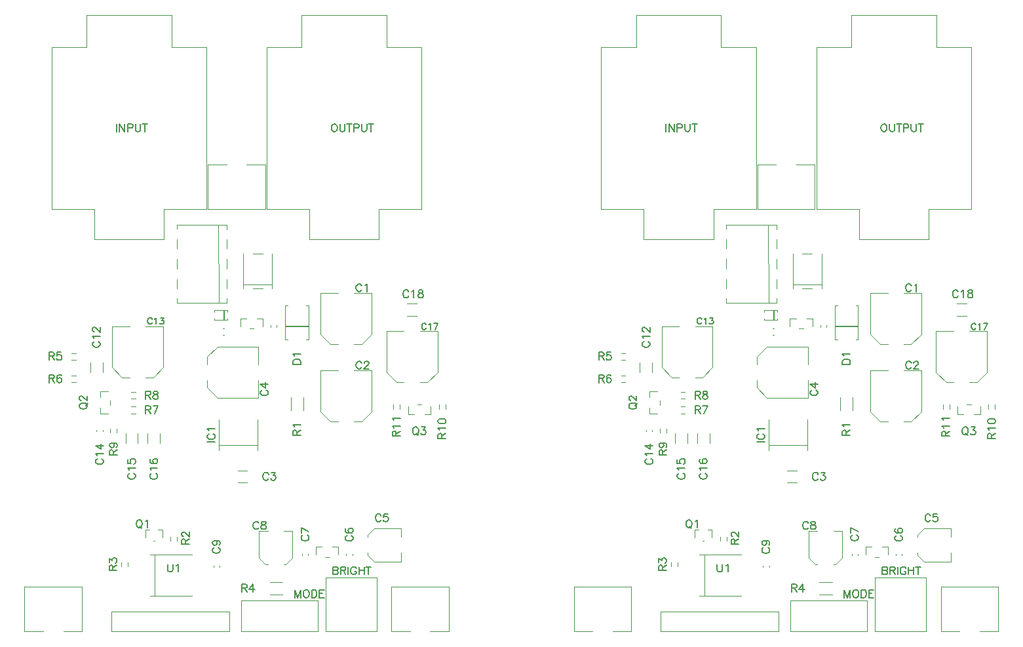
<source format=gto>
%FSLAX46Y46*%
%MOMM*%
%ADD11C,0.050000*%
%ADD10C,0.150000*%
G01*
G01*
%LPD*%
D10*
X118979048Y23809524D02*
X119074288Y23857142D01*
D10*
X118883808Y23714286D02*
X118979048Y23809524D01*
D10*
X118836192Y23619048D02*
X118883808Y23714286D01*
D10*
X118836192Y23428572D02*
X118836192Y23619048D01*
D10*
X118883808Y23333334D02*
X118836192Y23428572D01*
D10*
X118979048Y23238096D02*
X118883808Y23333334D01*
D10*
X119074288Y23190476D02*
X118979048Y23238096D01*
D10*
X119217144Y23142858D02*
X119074288Y23190476D01*
D10*
X119455240Y23142858D02*
X119217144Y23142858D01*
D10*
X119598096Y23190476D02*
X119455240Y23142858D01*
D10*
X119693336Y23238096D02*
X119598096Y23190476D01*
D10*
X119788568Y23333334D02*
X119693336Y23238096D01*
D10*
X119836192Y23428572D02*
X119788568Y23333334D01*
D10*
X119836192Y23619048D02*
X119836192Y23428572D01*
D10*
X119788568Y23714286D02*
X119836192Y23619048D01*
D10*
X119693336Y23809524D02*
X119788568Y23714286D01*
D10*
X119598096Y23857142D02*
X119693336Y23809524D01*
D10*
X119836192Y24333334D02*
X118836192Y24809524D01*
D10*
X118836192Y24809524D02*
X118836192Y24142858D01*
D10*
X96569048Y31779524D02*
X96664288Y31827142D01*
D10*
X96473808Y31684286D02*
X96569048Y31779524D01*
D10*
X96426192Y31589048D02*
X96473808Y31684286D01*
D10*
X96426192Y31398572D02*
X96426192Y31589048D01*
D10*
X96473808Y31303334D02*
X96426192Y31398572D01*
D10*
X96569048Y31208096D02*
X96473808Y31303334D01*
D10*
X96664288Y31160476D02*
X96569048Y31208096D01*
D10*
X96807144Y31112858D02*
X96664288Y31160476D01*
D10*
X97045240Y31112858D02*
X96807144Y31112858D01*
D10*
X97188096Y31160476D02*
X97045240Y31112858D01*
D10*
X97283336Y31208096D02*
X97188096Y31160476D01*
D10*
X97378568Y31303334D02*
X97283336Y31208096D01*
D10*
X97426192Y31398572D02*
X97378568Y31303334D01*
D10*
X97426192Y31589048D02*
X97426192Y31398572D01*
D10*
X97378568Y31684286D02*
X97426192Y31589048D01*
D10*
X97283336Y31779524D02*
X97378568Y31684286D01*
D10*
X97188096Y31827142D02*
X97283336Y31779524D01*
D10*
X96569048Y32350952D02*
X96616664Y32255714D01*
D10*
X96426192Y32493810D02*
X96569048Y32350952D01*
D10*
X97426192Y32493810D02*
X96426192Y32493810D01*
D10*
X96426192Y33160476D02*
X96426192Y33636668D01*
D10*
X96854760Y33112856D02*
X96426192Y33160476D01*
D10*
X96807144Y33160476D02*
X96854760Y33112856D01*
D10*
X96759520Y33303334D02*
X96807144Y33160476D01*
D10*
X96759520Y33446190D02*
X96759520Y33303334D01*
D10*
X96807144Y33589048D02*
X96759520Y33446190D01*
D10*
X96902384Y33684284D02*
X96807144Y33589048D01*
D10*
X97045240Y33731904D02*
X96902384Y33684284D01*
D10*
X97140480Y33731904D02*
X97045240Y33731904D01*
D10*
X97283336Y33684284D02*
X97140480Y33731904D01*
D10*
X97378568Y33589048D02*
X97283336Y33684284D01*
D10*
X97426192Y33446190D02*
X97378568Y33589048D01*
D10*
X97426192Y33303334D02*
X97426192Y33446190D01*
D10*
X97378568Y33160476D02*
X97426192Y33303334D01*
D10*
X97330952Y33112856D02*
X97378568Y33160476D01*
D10*
X97235712Y33065238D02*
X97330952Y33112856D01*
D10*
X131626192Y36635716D02*
X130626192Y36635716D01*
D10*
X130626192Y37064284D02*
X130626192Y36635716D01*
D10*
X130673808Y37207144D02*
X130626192Y37064284D01*
D10*
X130721432Y37254760D02*
X130673808Y37207144D01*
D10*
X130816664Y37302380D02*
X130721432Y37254760D01*
D10*
X130911904Y37302380D02*
X130816664Y37302380D01*
D10*
X131007144Y37254760D02*
X130911904Y37302380D01*
D10*
X131054760Y37207144D02*
X131007144Y37254760D01*
D10*
X131102384Y37064284D02*
X131054760Y37207144D01*
D10*
X131102384Y36635716D02*
X131102384Y37064284D01*
D10*
X131626192Y37302380D02*
X131102384Y36969048D01*
D10*
X130769048Y37826192D02*
X130816664Y37730952D01*
D10*
X130626192Y37969048D02*
X130769048Y37826192D01*
D10*
X131626192Y37969048D02*
X130626192Y37969048D01*
D10*
X130769048Y38778572D02*
X130816664Y38683332D01*
D10*
X130626192Y38921428D02*
X130769048Y38778572D01*
D10*
X131626192Y38921428D02*
X130626192Y38921428D01*
D10*
X92419048Y33679524D02*
X92514288Y33727144D01*
D10*
X92323808Y33584284D02*
X92419048Y33679524D01*
D10*
X92276192Y33489048D02*
X92323808Y33584284D01*
D10*
X92276192Y33298572D02*
X92276192Y33489048D01*
D10*
X92323808Y33203334D02*
X92276192Y33298572D01*
D10*
X92419048Y33108096D02*
X92323808Y33203334D01*
D10*
X92514288Y33060476D02*
X92419048Y33108096D01*
D10*
X92657144Y33012858D02*
X92514288Y33060476D01*
D10*
X92895240Y33012858D02*
X92657144Y33012858D01*
D10*
X93038096Y33060476D02*
X92895240Y33012858D01*
D10*
X93133336Y33108096D02*
X93038096Y33060476D01*
D10*
X93228568Y33203334D02*
X93133336Y33108096D01*
D10*
X93276192Y33298572D02*
X93228568Y33203334D01*
D10*
X93276192Y33489048D02*
X93276192Y33298572D01*
D10*
X93228568Y33584284D02*
X93276192Y33489048D01*
D10*
X93133336Y33679524D02*
X93228568Y33584284D01*
D10*
X93038096Y33727144D02*
X93133336Y33679524D01*
D10*
X92419048Y34250952D02*
X92466664Y34155716D01*
D10*
X92276192Y34393808D02*
X92419048Y34250952D01*
D10*
X93276192Y34393808D02*
X92276192Y34393808D01*
D10*
X92942856Y34965240D02*
X92276192Y35441428D01*
D10*
X92942856Y35679524D02*
X92942856Y34965240D01*
D10*
X93276192Y35441428D02*
X92276192Y35441428D01*
D10*
X124669048Y23759524D02*
X124764288Y23807142D01*
D10*
X124573808Y23664286D02*
X124669048Y23759524D01*
D10*
X124526192Y23569048D02*
X124573808Y23664286D01*
D10*
X124526192Y23378572D02*
X124526192Y23569048D01*
D10*
X124573808Y23283334D02*
X124526192Y23378572D01*
D10*
X124669048Y23188096D02*
X124573808Y23283334D01*
D10*
X124764288Y23140476D02*
X124669048Y23188096D01*
D10*
X124907144Y23092858D02*
X124764288Y23140476D01*
D10*
X125145240Y23092858D02*
X124907144Y23092858D01*
D10*
X125288096Y23140476D02*
X125145240Y23092858D01*
D10*
X125383336Y23188096D02*
X125288096Y23140476D01*
D10*
X125478568Y23283334D02*
X125383336Y23188096D01*
D10*
X125526192Y23378572D02*
X125478568Y23283334D01*
D10*
X125526192Y23569048D02*
X125526192Y23378572D01*
D10*
X125478568Y23664286D02*
X125526192Y23569048D01*
D10*
X125383336Y23759524D02*
X125478568Y23664286D01*
D10*
X125288096Y23807142D02*
X125383336Y23759524D01*
D10*
X124573808Y24664286D02*
X124669048Y24711904D01*
D10*
X124526192Y24521428D02*
X124573808Y24664286D01*
D10*
X124526192Y24426190D02*
X124526192Y24521428D01*
D10*
X124573808Y24283334D02*
X124526192Y24426190D01*
D10*
X124716664Y24188096D02*
X124573808Y24283334D01*
D10*
X124954760Y24140476D02*
X124716664Y24188096D01*
D10*
X125192856Y24140476D02*
X124954760Y24140476D01*
D10*
X125383336Y24188096D02*
X125192856Y24140476D01*
D10*
X125478568Y24283334D02*
X125383336Y24188096D01*
D10*
X125526192Y24426190D02*
X125478568Y24283334D01*
D10*
X125526192Y24473810D02*
X125526192Y24426190D01*
D10*
X125478568Y24616666D02*
X125526192Y24473810D01*
D10*
X125383336Y24711904D02*
X125478568Y24616666D01*
D10*
X125240480Y24759524D02*
X125383336Y24711904D01*
D10*
X125192856Y24759524D02*
X125240480Y24759524D01*
D10*
X125050000Y24711904D02*
X125192856Y24759524D01*
D10*
X124954760Y24616666D02*
X125050000Y24711904D01*
D10*
X124907144Y24473810D02*
X124954760Y24616666D01*
D10*
X124907144Y24426190D02*
X124907144Y24473810D01*
D10*
X124954760Y24283334D02*
X124907144Y24426190D01*
D10*
X125050000Y24188096D02*
X124954760Y24283334D01*
D10*
X125192856Y24140476D02*
X125050000Y24188096D01*
D10*
X99547616Y51804760D02*
X99585712Y51728572D01*
D10*
X99471432Y51880952D02*
X99547616Y51804760D01*
D10*
X99395240Y51919048D02*
X99471432Y51880952D01*
D10*
X99242856Y51919048D02*
X99395240Y51919048D01*
D10*
X99166664Y51880952D02*
X99242856Y51919048D01*
D10*
X99090480Y51804760D02*
X99166664Y51880952D01*
D10*
X99052384Y51728572D02*
X99090480Y51804760D01*
D10*
X99014288Y51614284D02*
X99052384Y51728572D01*
D10*
X99014288Y51423808D02*
X99014288Y51614284D01*
D10*
X99052384Y51309524D02*
X99014288Y51423808D01*
D10*
X99090480Y51233332D02*
X99052384Y51309524D01*
D10*
X99166664Y51157144D02*
X99090480Y51233332D01*
D10*
X99242856Y51119048D02*
X99166664Y51157144D01*
D10*
X99395240Y51119048D02*
X99242856Y51119048D01*
D10*
X99471432Y51157144D02*
X99395240Y51119048D01*
D10*
X99547616Y51233332D02*
X99471432Y51157144D01*
D10*
X99585712Y51309524D02*
X99547616Y51233332D01*
D10*
X100004760Y51804760D02*
X99928568Y51766668D01*
D10*
X100119048Y51919048D02*
X100004760Y51804760D01*
D10*
X100119048Y51119048D02*
X100119048Y51919048D01*
D10*
X101071432Y51919048D02*
X100652384Y51919048D01*
D10*
X100842856Y51614284D02*
X101071432Y51919048D01*
D10*
X100957144Y51614284D02*
X100842856Y51614284D01*
D10*
X101033336Y51576192D02*
X100957144Y51614284D01*
D10*
X101071432Y51538096D02*
X101033336Y51576192D01*
D10*
X101109520Y51423808D02*
X101071432Y51538096D01*
D10*
X101109520Y51347620D02*
X101109520Y51423808D01*
D10*
X101071432Y51233332D02*
X101109520Y51347620D01*
D10*
X100995240Y51157144D02*
X101071432Y51233332D01*
D10*
X100880952Y51119048D02*
X100995240Y51157144D01*
D10*
X100766664Y51119048D02*
X100880952Y51119048D01*
D10*
X100652384Y51157144D02*
X100766664Y51119048D01*
D10*
X100614288Y51195240D02*
X100652384Y51157144D01*
D10*
X100576192Y51271428D02*
X100614288Y51195240D01*
D10*
X118005240Y15803810D02*
X118005240Y16803810D01*
D10*
X118386192Y15803810D02*
X118005240Y16803810D01*
D10*
X118386192Y15803810D02*
X118767144Y16803810D01*
D10*
X118767144Y15803810D02*
X118767144Y16803810D01*
D10*
X119290952Y16756190D02*
X119386192Y16803810D01*
D10*
X119195712Y16660952D02*
X119290952Y16756190D01*
D10*
X119148096Y16565714D02*
X119195712Y16660952D01*
D10*
X119100480Y16422857D02*
X119148096Y16565714D01*
D10*
X119100480Y16184762D02*
X119100480Y16422857D01*
D10*
X119148096Y16041905D02*
X119100480Y16184762D01*
D10*
X119195712Y15946667D02*
X119148096Y16041905D01*
D10*
X119290952Y15851429D02*
X119195712Y15946667D01*
D10*
X119386192Y15803810D02*
X119290952Y15851429D01*
D10*
X119576664Y15803810D02*
X119386192Y15803810D01*
D10*
X119671904Y15851429D02*
X119576664Y15803810D01*
D10*
X119767144Y15946667D02*
X119671904Y15851429D01*
D10*
X119814760Y16041905D02*
X119767144Y15946667D01*
D10*
X119862384Y16184762D02*
X119814760Y16041905D01*
D10*
X119862384Y16422857D02*
X119862384Y16184762D01*
D10*
X119814760Y16565714D02*
X119862384Y16422857D01*
D10*
X119767144Y16660952D02*
X119814760Y16565714D01*
D10*
X119671904Y16756190D02*
X119767144Y16660952D01*
D10*
X119576664Y16803810D02*
X119671904Y16756190D01*
D10*
X119386192Y16803810D02*
X119576664Y16803810D01*
D10*
X120195712Y15803810D02*
X120195712Y16803810D01*
D10*
X120529048Y16803810D02*
X120195712Y16803810D01*
D10*
X120671904Y16756190D02*
X120529048Y16803810D01*
D10*
X120767144Y16660952D02*
X120671904Y16756190D01*
D10*
X120814760Y16565714D02*
X120767144Y16660952D01*
D10*
X120862384Y16422857D02*
X120814760Y16565714D01*
D10*
X120862384Y16184762D02*
X120862384Y16422857D01*
D10*
X120814760Y16041905D02*
X120862384Y16184762D01*
D10*
X120767144Y15946667D02*
X120814760Y16041905D01*
D10*
X120671904Y15851429D02*
X120767144Y15946667D01*
D10*
X120529048Y15803810D02*
X120671904Y15851429D01*
D10*
X120195712Y15803810D02*
X120529048Y15803810D01*
D10*
X121195712Y15803810D02*
X121195712Y16803810D01*
D10*
X121814760Y16803810D02*
X121195712Y16803810D01*
D10*
X121576664Y16327619D02*
X121195712Y16327619D01*
D10*
X121814760Y15803810D02*
X121195712Y15803810D01*
D10*
X134947616Y51104760D02*
X134985712Y51028572D01*
D10*
X134871424Y51180952D02*
X134947616Y51104760D01*
D10*
X134795232Y51219048D02*
X134871424Y51180952D01*
D10*
X134642864Y51219048D02*
X134795232Y51219048D01*
D10*
X134566672Y51180952D02*
X134642864Y51219048D01*
D10*
X134490480Y51104760D02*
X134566672Y51180952D01*
D10*
X134452384Y51028572D02*
X134490480Y51104760D01*
D10*
X134414288Y50914284D02*
X134452384Y51028572D01*
D10*
X134414288Y50723808D02*
X134414288Y50914284D01*
D10*
X134452384Y50609524D02*
X134414288Y50723808D01*
D10*
X134490480Y50533332D02*
X134452384Y50609524D01*
D10*
X134566672Y50457144D02*
X134490480Y50533332D01*
D10*
X134642864Y50419048D02*
X134566672Y50457144D01*
D10*
X134795232Y50419048D02*
X134642864Y50419048D01*
D10*
X134871424Y50457144D02*
X134795232Y50419048D01*
D10*
X134947616Y50533332D02*
X134871424Y50457144D01*
D10*
X134985712Y50609524D02*
X134947616Y50533332D01*
D10*
X135404768Y51104760D02*
X135328576Y51066668D01*
D10*
X135519040Y51219048D02*
X135404768Y51104760D01*
D10*
X135519040Y50419048D02*
X135519040Y51219048D01*
D10*
X136128576Y50419048D02*
X136509520Y51219048D01*
D10*
X136509520Y51219048D02*
X135976192Y51219048D01*
D10*
X113719048Y42557144D02*
X113814288Y42604760D01*
D10*
X113623808Y42461904D02*
X113719048Y42557144D01*
D10*
X113576192Y42366668D02*
X113623808Y42461904D01*
D10*
X113576192Y42176192D02*
X113576192Y42366668D01*
D10*
X113623808Y42080952D02*
X113576192Y42176192D01*
D10*
X113719048Y41985716D02*
X113623808Y42080952D01*
D10*
X113814288Y41938096D02*
X113719048Y41985716D01*
D10*
X113957144Y41890476D02*
X113814288Y41938096D01*
D10*
X114195240Y41890476D02*
X113957144Y41890476D01*
D10*
X114338096Y41938096D02*
X114195240Y41890476D01*
D10*
X114433336Y41985716D02*
X114338096Y41938096D01*
D10*
X114528568Y42080952D02*
X114433336Y41985716D01*
D10*
X114576192Y42176192D02*
X114528568Y42080952D01*
D10*
X114576192Y42366668D02*
X114576192Y42176192D01*
D10*
X114528568Y42461904D02*
X114576192Y42366668D01*
D10*
X114433336Y42557144D02*
X114528568Y42461904D01*
D10*
X114338096Y42604760D02*
X114433336Y42557144D01*
D10*
X114242856Y42890476D02*
X113576192Y43366668D01*
D10*
X114242856Y43604760D02*
X114242856Y42890476D01*
D10*
X114576192Y43366668D02*
X113576192Y43366668D01*
D10*
X98740480Y41443808D02*
X98740480Y42443808D01*
D10*
X99169048Y42443808D02*
X98740480Y42443808D01*
D10*
X99311904Y42396192D02*
X99169048Y42443808D01*
D10*
X99359520Y42348572D02*
X99311904Y42396192D01*
D10*
X99407144Y42253332D02*
X99359520Y42348572D01*
D10*
X99407144Y42158096D02*
X99407144Y42253332D01*
D10*
X99359520Y42062856D02*
X99407144Y42158096D01*
D10*
X99311904Y42015240D02*
X99359520Y42062856D01*
D10*
X99169048Y41967620D02*
X99311904Y42015240D01*
D10*
X98740480Y41967620D02*
X99169048Y41967620D01*
D10*
X99407144Y41443808D02*
X99073808Y41967620D01*
D10*
X99788096Y42396192D02*
X99930952Y42443808D01*
D10*
X99740480Y42300952D02*
X99788096Y42396192D01*
D10*
X99740480Y42205716D02*
X99740480Y42300952D01*
D10*
X99788096Y42110476D02*
X99740480Y42205716D01*
D10*
X99883336Y42062856D02*
X99788096Y42110476D01*
D10*
X100073808Y42015240D02*
X99883336Y42062856D01*
D10*
X100216664Y41967620D02*
X100073808Y42015240D01*
D10*
X100311904Y41872380D02*
X100216664Y41967620D01*
D10*
X100359520Y41777144D02*
X100311904Y41872380D01*
D10*
X100359520Y41634284D02*
X100359520Y41777144D01*
D10*
X100311904Y41539048D02*
X100359520Y41634284D01*
D10*
X100264288Y41491428D02*
X100311904Y41539048D01*
D10*
X100121432Y41443808D02*
X100264288Y41491428D01*
D10*
X99930952Y41443808D02*
X100121432Y41443808D01*
D10*
X99788096Y41491428D02*
X99930952Y41443808D01*
D10*
X99740480Y41539048D02*
X99788096Y41491428D01*
D10*
X99692856Y41634284D02*
X99740480Y41539048D01*
D10*
X99692856Y41777144D02*
X99692856Y41634284D01*
D10*
X99740480Y41872380D02*
X99692856Y41777144D01*
D10*
X99835712Y41967620D02*
X99740480Y41872380D01*
D10*
X99978568Y42015240D02*
X99835712Y41967620D01*
D10*
X100169048Y42062856D02*
X99978568Y42015240D01*
D10*
X100264288Y42110476D02*
X100169048Y42062856D01*
D10*
X100311904Y42205716D02*
X100264288Y42110476D01*
D10*
X100311904Y42300952D02*
X100311904Y42205716D01*
D10*
X100264288Y42396192D02*
X100311904Y42300952D01*
D10*
X100121432Y42443808D02*
X100264288Y42396192D01*
D10*
X99930952Y42443808D02*
X100121432Y42443808D01*
D10*
X97733336Y25776190D02*
X97828568Y25823810D01*
D10*
X97638096Y25680952D02*
X97733336Y25776190D01*
D10*
X97590480Y25585714D02*
X97638096Y25680952D01*
D10*
X97542856Y25442858D02*
X97590480Y25585714D01*
D10*
X97542856Y25204762D02*
X97542856Y25442858D01*
D10*
X97590480Y25061904D02*
X97542856Y25204762D01*
D10*
X97638096Y24966666D02*
X97590480Y25061904D01*
D10*
X97733336Y24871428D02*
X97638096Y24966666D01*
D10*
X97828568Y24823810D02*
X97733336Y24871428D01*
D10*
X98019048Y24823810D02*
X97828568Y24823810D01*
D10*
X98114288Y24871428D02*
X98019048Y24823810D01*
D10*
X98209520Y24966666D02*
X98114288Y24871428D01*
D10*
X98257144Y25061904D02*
X98209520Y24966666D01*
D10*
X98304760Y25204762D02*
X98257144Y25061904D01*
D10*
X98304760Y25442858D02*
X98304760Y25204762D01*
D10*
X98257144Y25585714D02*
X98304760Y25442858D01*
D10*
X98209520Y25680952D02*
X98257144Y25585714D01*
D10*
X98114288Y25776190D02*
X98209520Y25680952D01*
D10*
X98019048Y25823810D02*
X98114288Y25776190D01*
D10*
X97828568Y25823810D02*
X98019048Y25823810D01*
D10*
X98257144Y24728572D02*
X97971432Y25014286D01*
D10*
X98828568Y25680952D02*
X98733336Y25633334D01*
D10*
X98971432Y25823810D02*
X98828568Y25680952D01*
D10*
X98971432Y24823810D02*
X98971432Y25823810D01*
D10*
X114569520Y31810952D02*
X114617144Y31715714D01*
D10*
X114474288Y31906190D02*
X114569520Y31810952D01*
D10*
X114379048Y31953810D02*
X114474288Y31906190D01*
D10*
X114188568Y31953810D02*
X114379048Y31953810D01*
D10*
X114093336Y31906190D02*
X114188568Y31953810D01*
D10*
X113998096Y31810952D02*
X114093336Y31906190D01*
D10*
X113950480Y31715714D02*
X113998096Y31810952D01*
D10*
X113902856Y31572858D02*
X113950480Y31715714D01*
D10*
X113902856Y31334762D02*
X113902856Y31572858D01*
D10*
X113950480Y31191904D02*
X113902856Y31334762D01*
D10*
X113998096Y31096666D02*
X113950480Y31191904D01*
D10*
X114093336Y31001428D02*
X113998096Y31096666D01*
D10*
X114188568Y30953810D02*
X114093336Y31001428D01*
D10*
X114379048Y30953810D02*
X114188568Y30953810D01*
D10*
X114474288Y31001428D02*
X114379048Y30953810D01*
D10*
X114569520Y31096666D02*
X114474288Y31001428D01*
D10*
X114617144Y31191904D02*
X114569520Y31096666D01*
D10*
X115521904Y31953810D02*
X114998096Y31953810D01*
D10*
X115236192Y31572858D02*
X115521904Y31953810D01*
D10*
X115379048Y31572858D02*
X115236192Y31572858D01*
D10*
X115474288Y31525238D02*
X115379048Y31572858D01*
D10*
X115521904Y31477620D02*
X115474288Y31525238D01*
D10*
X115569520Y31334762D02*
X115521904Y31477620D01*
D10*
X115569520Y31239524D02*
X115569520Y31334762D01*
D10*
X115521904Y31096666D02*
X115569520Y31239524D01*
D10*
X115426664Y31001428D02*
X115521904Y31096666D01*
D10*
X115283808Y30953810D02*
X115426664Y31001428D01*
D10*
X115140952Y30953810D02*
X115283808Y30953810D01*
D10*
X114998096Y31001428D02*
X115140952Y30953810D01*
D10*
X114950480Y31049048D02*
X114998096Y31001428D01*
D10*
X114902856Y31144286D02*
X114950480Y31049048D01*
D10*
X99419048Y31779524D02*
X99514288Y31827142D01*
D10*
X99323808Y31684286D02*
X99419048Y31779524D01*
D10*
X99276192Y31589048D02*
X99323808Y31684286D01*
D10*
X99276192Y31398572D02*
X99276192Y31589048D01*
D10*
X99323808Y31303334D02*
X99276192Y31398572D01*
D10*
X99419048Y31208096D02*
X99323808Y31303334D01*
D10*
X99514288Y31160476D02*
X99419048Y31208096D01*
D10*
X99657144Y31112858D02*
X99514288Y31160476D01*
D10*
X99895240Y31112858D02*
X99657144Y31112858D01*
D10*
X100038096Y31160476D02*
X99895240Y31112858D01*
D10*
X100133336Y31208096D02*
X100038096Y31160476D01*
D10*
X100228568Y31303334D02*
X100133336Y31208096D01*
D10*
X100276192Y31398572D02*
X100228568Y31303334D01*
D10*
X100276192Y31589048D02*
X100276192Y31398572D01*
D10*
X100228568Y31684286D02*
X100276192Y31589048D01*
D10*
X100133336Y31779524D02*
X100228568Y31684286D01*
D10*
X100038096Y31827142D02*
X100133336Y31779524D01*
D10*
X99419048Y32350952D02*
X99466664Y32255714D01*
D10*
X99276192Y32493810D02*
X99419048Y32350952D01*
D10*
X100276192Y32493810D02*
X99276192Y32493810D01*
D10*
X99323808Y33636668D02*
X99419048Y33684284D01*
D10*
X99276192Y33493810D02*
X99323808Y33636668D01*
D10*
X99276192Y33398572D02*
X99276192Y33493810D01*
D10*
X99323808Y33255714D02*
X99276192Y33398572D01*
D10*
X99466664Y33160476D02*
X99323808Y33255714D01*
D10*
X99704760Y33112856D02*
X99466664Y33160476D01*
D10*
X99942856Y33112856D02*
X99704760Y33112856D01*
D10*
X100133336Y33160476D02*
X99942856Y33112856D01*
D10*
X100228568Y33255714D02*
X100133336Y33160476D01*
D10*
X100276192Y33398572D02*
X100228568Y33255714D01*
D10*
X100276192Y33446190D02*
X100276192Y33398572D01*
D10*
X100228568Y33589048D02*
X100276192Y33446190D01*
D10*
X100133336Y33684284D02*
X100228568Y33589048D01*
D10*
X99990480Y33731904D02*
X100133336Y33684284D01*
D10*
X99942856Y33731904D02*
X99990480Y33731904D01*
D10*
X99800000Y33684284D02*
X99942856Y33731904D01*
D10*
X99704760Y33589048D02*
X99800000Y33684284D01*
D10*
X99657144Y33446190D02*
X99704760Y33589048D01*
D10*
X99657144Y33398572D02*
X99657144Y33446190D01*
D10*
X99704760Y33255714D02*
X99657144Y33398572D01*
D10*
X99800000Y33160476D02*
X99704760Y33255714D01*
D10*
X99942856Y33112856D02*
X99800000Y33160476D01*
D10*
X132659520Y55380952D02*
X132707144Y55285716D01*
D10*
X132564288Y55476192D02*
X132659520Y55380952D01*
D10*
X132469048Y55523808D02*
X132564288Y55476192D01*
D10*
X132278568Y55523808D02*
X132469048Y55523808D01*
D10*
X132183336Y55476192D02*
X132278568Y55523808D01*
D10*
X132088096Y55380952D02*
X132183336Y55476192D01*
D10*
X132040480Y55285716D02*
X132088096Y55380952D01*
D10*
X131992856Y55142856D02*
X132040480Y55285716D01*
D10*
X131992856Y54904760D02*
X131992856Y55142856D01*
D10*
X132040480Y54761904D02*
X131992856Y54904760D01*
D10*
X132088096Y54666668D02*
X132040480Y54761904D01*
D10*
X132183336Y54571428D02*
X132088096Y54666668D01*
D10*
X132278568Y54523808D02*
X132183336Y54571428D01*
D10*
X132469048Y54523808D02*
X132278568Y54523808D01*
D10*
X132564288Y54571428D02*
X132469048Y54523808D01*
D10*
X132659520Y54666668D02*
X132564288Y54571428D01*
D10*
X132707144Y54761904D02*
X132659520Y54666668D01*
D10*
X133230952Y55380952D02*
X133135712Y55333332D01*
D10*
X133373808Y55523808D02*
X133230952Y55380952D01*
D10*
X133373808Y54523808D02*
X133373808Y55523808D01*
D10*
X134040480Y55476192D02*
X134183336Y55523808D01*
D10*
X133992856Y55380952D02*
X134040480Y55476192D01*
D10*
X133992856Y55285716D02*
X133992856Y55380952D01*
D10*
X134040480Y55190476D02*
X133992856Y55285716D01*
D10*
X134135712Y55142856D02*
X134040480Y55190476D01*
D10*
X134326192Y55095240D02*
X134135712Y55142856D01*
D10*
X134469040Y55047620D02*
X134326192Y55095240D01*
D10*
X134564288Y54952380D02*
X134469040Y55047620D01*
D10*
X134611904Y54857144D02*
X134564288Y54952380D01*
D10*
X134611904Y54714284D02*
X134611904Y54857144D01*
D10*
X134564288Y54619048D02*
X134611904Y54714284D01*
D10*
X134516672Y54571428D02*
X134564288Y54619048D01*
D10*
X134373808Y54523808D02*
X134516672Y54571428D01*
D10*
X134183336Y54523808D02*
X134373808Y54523808D01*
D10*
X134040480Y54571428D02*
X134183336Y54523808D01*
D10*
X133992856Y54619048D02*
X134040480Y54571428D01*
D10*
X133945240Y54714284D02*
X133992856Y54619048D01*
D10*
X133945240Y54857144D02*
X133945240Y54714284D01*
D10*
X133992856Y54952380D02*
X133945240Y54857144D01*
D10*
X134088096Y55047620D02*
X133992856Y54952380D01*
D10*
X134230960Y55095240D02*
X134088096Y55047620D01*
D10*
X134421424Y55142856D02*
X134230960Y55095240D01*
D10*
X134516672Y55190476D02*
X134421424Y55142856D01*
D10*
X134564288Y55285716D02*
X134516672Y55190476D01*
D10*
X134564288Y55380952D02*
X134564288Y55285716D01*
D10*
X134516672Y55476192D02*
X134564288Y55380952D01*
D10*
X134373808Y55523808D02*
X134516672Y55476192D01*
D10*
X134183336Y55523808D02*
X134373808Y55523808D01*
D10*
X98748096Y39543808D02*
X98748096Y40543808D01*
D10*
X99176664Y40543808D02*
X98748096Y40543808D01*
D10*
X99319520Y40496192D02*
X99176664Y40543808D01*
D10*
X99367144Y40448572D02*
X99319520Y40496192D01*
D10*
X99414760Y40353332D02*
X99367144Y40448572D01*
D10*
X99414760Y40258096D02*
X99414760Y40353332D01*
D10*
X99367144Y40162856D02*
X99414760Y40258096D01*
D10*
X99319520Y40115240D02*
X99367144Y40162856D01*
D10*
X99176664Y40067620D02*
X99319520Y40115240D01*
D10*
X98748096Y40067620D02*
X99176664Y40067620D01*
D10*
X99414760Y39543808D02*
X99081432Y40067620D01*
D10*
X99890952Y39543808D02*
X100367144Y40543808D01*
D10*
X100367144Y40543808D02*
X99700480Y40543808D01*
D10*
X133433336Y37776192D02*
X133528568Y37823808D01*
D10*
X133338096Y37680952D02*
X133433336Y37776192D01*
D10*
X133290480Y37585716D02*
X133338096Y37680952D01*
D10*
X133242856Y37442856D02*
X133290480Y37585716D01*
D10*
X133242856Y37204760D02*
X133242856Y37442856D01*
D10*
X133290480Y37061904D02*
X133242856Y37204760D01*
D10*
X133338096Y36966668D02*
X133290480Y37061904D01*
D10*
X133433336Y36871428D02*
X133338096Y36966668D01*
D10*
X133528568Y36823808D02*
X133433336Y36871428D01*
D10*
X133719048Y36823808D02*
X133528568Y36823808D01*
D10*
X133814288Y36871428D02*
X133719048Y36823808D01*
D10*
X133909520Y36966668D02*
X133814288Y36871428D01*
D10*
X133957144Y37061904D02*
X133909520Y36966668D01*
D10*
X134004760Y37204760D02*
X133957144Y37061904D01*
D10*
X134004760Y37442856D02*
X134004760Y37204760D01*
D10*
X133957144Y37585716D02*
X134004760Y37442856D01*
D10*
X133909520Y37680952D02*
X133957144Y37585716D01*
D10*
X133814288Y37776192D02*
X133909520Y37680952D01*
D10*
X133719048Y37823808D02*
X133814288Y37776192D01*
D10*
X133528568Y37823808D02*
X133719048Y37823808D01*
D10*
X133957144Y36728572D02*
X133671432Y37014284D01*
D10*
X134909520Y37823808D02*
X134385712Y37823808D01*
D10*
X134623808Y37442856D02*
X134909520Y37823808D01*
D10*
X134766672Y37442856D02*
X134623808Y37442856D01*
D10*
X134861904Y37395240D02*
X134766672Y37442856D01*
D10*
X134909520Y37347620D02*
X134861904Y37395240D01*
D10*
X134957136Y37204760D02*
X134909520Y37347620D01*
D10*
X134957136Y37109524D02*
X134957136Y37204760D01*
D10*
X134909520Y36966668D02*
X134957136Y37109524D01*
D10*
X134814288Y36871428D02*
X134909520Y36966668D01*
D10*
X134671424Y36823808D02*
X134814288Y36871428D01*
D10*
X134528576Y36823808D02*
X134671424Y36823808D01*
D10*
X134385712Y36871428D02*
X134528576Y36823808D01*
D10*
X134338096Y36919048D02*
X134385712Y36871428D01*
D10*
X134290480Y37014284D02*
X134338096Y36919048D01*
D10*
X86288096Y43573808D02*
X86288096Y44573808D01*
D10*
X86716664Y44573808D02*
X86288096Y44573808D01*
D10*
X86859520Y44526192D02*
X86716664Y44573808D01*
D10*
X86907144Y44478572D02*
X86859520Y44526192D01*
D10*
X86954760Y44383332D02*
X86907144Y44478572D01*
D10*
X86954760Y44288096D02*
X86954760Y44383332D01*
D10*
X86907144Y44192856D02*
X86954760Y44288096D01*
D10*
X86859520Y44145240D02*
X86907144Y44192856D01*
D10*
X86716664Y44097620D02*
X86859520Y44145240D01*
D10*
X86288096Y44097620D02*
X86716664Y44097620D01*
D10*
X86954760Y43573808D02*
X86621432Y44097620D01*
D10*
X87811904Y44526192D02*
X87859520Y44430952D01*
D10*
X87669048Y44573808D02*
X87811904Y44526192D01*
D10*
X87573808Y44573808D02*
X87669048Y44573808D01*
D10*
X87430952Y44526192D02*
X87573808Y44573808D01*
D10*
X87335712Y44383332D02*
X87430952Y44526192D01*
D10*
X87288096Y44145240D02*
X87335712Y44383332D01*
D10*
X87288096Y43907144D02*
X87288096Y44145240D01*
D10*
X87335712Y43716668D02*
X87288096Y43907144D01*
D10*
X87430952Y43621428D02*
X87335712Y43716668D01*
D10*
X87573808Y43573808D02*
X87430952Y43621428D01*
D10*
X87621432Y43573808D02*
X87573808Y43573808D01*
D10*
X87764288Y43621428D02*
X87621432Y43573808D01*
D10*
X87859520Y43716668D02*
X87764288Y43621428D01*
D10*
X87907144Y43859524D02*
X87859520Y43716668D01*
D10*
X87907144Y43907144D02*
X87907144Y43859524D01*
D10*
X87859520Y44050000D02*
X87907144Y43907144D01*
D10*
X87764288Y44145240D02*
X87859520Y44050000D01*
D10*
X87621432Y44192856D02*
X87764288Y44145240D01*
D10*
X87573808Y44192856D02*
X87621432Y44192856D01*
D10*
X87430952Y44145240D02*
X87573808Y44192856D01*
D10*
X87335712Y44050000D02*
X87430952Y44145240D01*
D10*
X87288096Y43907144D02*
X87335712Y44050000D01*
D10*
X95076192Y34208096D02*
X94076192Y34208096D01*
D10*
X94076192Y34636668D02*
X94076192Y34208096D01*
D10*
X94123808Y34779524D02*
X94076192Y34636668D01*
D10*
X94171432Y34827144D02*
X94123808Y34779524D01*
D10*
X94266664Y34874760D02*
X94171432Y34827144D01*
D10*
X94361904Y34874760D02*
X94266664Y34874760D01*
D10*
X94457144Y34827144D02*
X94361904Y34874760D01*
D10*
X94504760Y34779524D02*
X94457144Y34827144D01*
D10*
X94552384Y34636668D02*
X94504760Y34779524D01*
D10*
X94552384Y34208096D02*
X94552384Y34636668D01*
D10*
X95076192Y34874760D02*
X94552384Y34541428D01*
D10*
X94552384Y35731904D02*
X94409520Y35779524D01*
D10*
X94647616Y35636668D02*
X94552384Y35731904D01*
D10*
X94695240Y35493808D02*
X94647616Y35636668D01*
D10*
X94695240Y35446192D02*
X94695240Y35493808D01*
D10*
X94647616Y35303332D02*
X94695240Y35446192D01*
D10*
X94552384Y35208096D02*
X94647616Y35303332D01*
D10*
X94409520Y35160476D02*
X94552384Y35208096D01*
D10*
X94361904Y35160476D02*
X94409520Y35160476D01*
D10*
X94219048Y35208096D02*
X94361904Y35160476D01*
D10*
X94123808Y35303332D02*
X94219048Y35208096D01*
D10*
X94076192Y35446192D02*
X94123808Y35303332D01*
D10*
X94076192Y35493808D02*
X94076192Y35446192D01*
D10*
X94123808Y35636668D02*
X94076192Y35493808D01*
D10*
X94219048Y35731904D02*
X94123808Y35636668D01*
D10*
X94409520Y35779524D02*
X94219048Y35731904D01*
D10*
X94647616Y35779524D02*
X94409520Y35779524D01*
D10*
X94885712Y35731904D02*
X94647616Y35779524D01*
D10*
X95028568Y35636668D02*
X94885712Y35731904D01*
D10*
X95076192Y35493808D02*
X95028568Y35636668D01*
D10*
X95076192Y35398572D02*
X95076192Y35493808D01*
D10*
X95028568Y35255716D02*
X95076192Y35398572D01*
D10*
X94933336Y35208096D02*
X95028568Y35255716D01*
D10*
X90223808Y40353332D02*
X90176192Y40448572D01*
D10*
X90319048Y40258096D02*
X90223808Y40353332D01*
D10*
X90414288Y40210476D02*
X90319048Y40258096D01*
D10*
X90557144Y40162856D02*
X90414288Y40210476D01*
D10*
X90795240Y40162856D02*
X90557144Y40162856D01*
D10*
X90938096Y40210476D02*
X90795240Y40162856D01*
D10*
X91033336Y40258096D02*
X90938096Y40210476D01*
D10*
X91128568Y40353332D02*
X91033336Y40258096D01*
D10*
X91176192Y40448572D02*
X91128568Y40353332D01*
D10*
X91176192Y40639048D02*
X91176192Y40448572D01*
D10*
X91128568Y40734284D02*
X91176192Y40639048D01*
D10*
X91033336Y40829524D02*
X91128568Y40734284D01*
D10*
X90938096Y40877144D02*
X91033336Y40829524D01*
D10*
X90795240Y40924760D02*
X90938096Y40877144D01*
D10*
X90557144Y40924760D02*
X90795240Y40924760D01*
D10*
X90414288Y40877144D02*
X90557144Y40924760D01*
D10*
X90319048Y40829524D02*
X90414288Y40877144D01*
D10*
X90223808Y40734284D02*
X90319048Y40829524D01*
D10*
X90176192Y40639048D02*
X90223808Y40734284D01*
D10*
X90176192Y40448572D02*
X90176192Y40639048D01*
D10*
X91271432Y40877144D02*
X90985712Y40591428D01*
D10*
X90366664Y41258096D02*
X90414288Y41258096D01*
D10*
X90271432Y41305716D02*
X90366664Y41258096D01*
D10*
X90223808Y41353332D02*
X90271432Y41305716D01*
D10*
X90176192Y41448572D02*
X90223808Y41353332D01*
D10*
X90176192Y41639048D02*
X90176192Y41448572D01*
D10*
X90223808Y41734284D02*
X90176192Y41639048D01*
D10*
X90271432Y41781904D02*
X90223808Y41734284D01*
D10*
X90366664Y41829524D02*
X90271432Y41781904D01*
D10*
X90461904Y41829524D02*
X90366664Y41829524D01*
D10*
X90557144Y41781904D02*
X90461904Y41829524D01*
D10*
X90700000Y41686668D02*
X90557144Y41781904D01*
D10*
X91176192Y41210476D02*
X90700000Y41686668D01*
D10*
X91176192Y41877144D02*
X91176192Y41210476D01*
D10*
X129104520Y26465952D02*
X129152144Y26370714D01*
D10*
X129009288Y26561190D02*
X129104520Y26465952D01*
D10*
X128914048Y26608810D02*
X129009288Y26561190D01*
D10*
X128723568Y26608810D02*
X128914048Y26608810D01*
D10*
X128628336Y26561190D02*
X128723568Y26608810D01*
D10*
X128533096Y26465952D02*
X128628336Y26561190D01*
D10*
X128485480Y26370714D02*
X128533096Y26465952D01*
D10*
X128437856Y26227858D02*
X128485480Y26370714D01*
D10*
X128437856Y25989762D02*
X128437856Y26227858D01*
D10*
X128485480Y25846904D02*
X128437856Y25989762D01*
D10*
X128533096Y25751666D02*
X128485480Y25846904D01*
D10*
X128628336Y25656428D02*
X128533096Y25751666D01*
D10*
X128723568Y25608810D02*
X128628336Y25656428D01*
D10*
X128914048Y25608810D02*
X128723568Y25608810D01*
D10*
X129009288Y25656428D02*
X128914048Y25608810D01*
D10*
X129104520Y25751666D02*
X129009288Y25656428D01*
D10*
X129152144Y25846904D02*
X129104520Y25751666D01*
D10*
X129533096Y26608810D02*
X130009288Y26608810D01*
D10*
X129485480Y26180238D02*
X129533096Y26608810D01*
D10*
X129533096Y26227858D02*
X129485480Y26180238D01*
D10*
X129675952Y26275476D02*
X129533096Y26227858D01*
D10*
X129818808Y26275476D02*
X129675952Y26275476D01*
D10*
X129961664Y26227858D02*
X129818808Y26275476D01*
D10*
X130056904Y26132620D02*
X129961664Y26227858D01*
D10*
X130104520Y25989762D02*
X130056904Y26132620D01*
D10*
X130104520Y25894524D02*
X130104520Y25989762D01*
D10*
X130056904Y25751666D02*
X130104520Y25894524D01*
D10*
X129961664Y25656428D02*
X130056904Y25751666D01*
D10*
X129818808Y25608810D02*
X129961664Y25656428D01*
D10*
X129675952Y25608810D02*
X129818808Y25608810D01*
D10*
X129533096Y25656428D02*
X129675952Y25608810D01*
D10*
X129485480Y25704048D02*
X129533096Y25656428D01*
D10*
X129437856Y25799286D02*
X129485480Y25704048D01*
D10*
X126609520Y56180952D02*
X126657144Y56085716D01*
D10*
X126514288Y56276192D02*
X126609520Y56180952D01*
D10*
X126419048Y56323808D02*
X126514288Y56276192D01*
D10*
X126228568Y56323808D02*
X126419048Y56323808D01*
D10*
X126133336Y56276192D02*
X126228568Y56323808D01*
D10*
X126038096Y56180952D02*
X126133336Y56276192D01*
D10*
X125990480Y56085716D02*
X126038096Y56180952D01*
D10*
X125942856Y55942856D02*
X125990480Y56085716D01*
D10*
X125942856Y55704760D02*
X125942856Y55942856D01*
D10*
X125990480Y55561904D02*
X125942856Y55704760D01*
D10*
X126038096Y55466668D02*
X125990480Y55561904D01*
D10*
X126133336Y55371428D02*
X126038096Y55466668D01*
D10*
X126228568Y55323808D02*
X126133336Y55371428D01*
D10*
X126419048Y55323808D02*
X126228568Y55323808D01*
D10*
X126514288Y55371428D02*
X126419048Y55323808D01*
D10*
X126609520Y55466668D02*
X126514288Y55371428D01*
D10*
X126657144Y55561904D02*
X126609520Y55466668D01*
D10*
X127180952Y56180952D02*
X127085712Y56133332D01*
D10*
X127323808Y56323808D02*
X127180952Y56180952D01*
D10*
X127323808Y55323808D02*
X127323808Y56323808D01*
D10*
X122920480Y18771810D02*
X122920480Y19771810D01*
D10*
X123349048Y19771810D02*
X122920480Y19771810D01*
D10*
X123491904Y19724190D02*
X123349048Y19771810D01*
D10*
X123539520Y19676572D02*
X123491904Y19724190D01*
D10*
X123587144Y19581334D02*
X123539520Y19676572D01*
D10*
X123587144Y19486096D02*
X123587144Y19581334D01*
D10*
X123539520Y19390858D02*
X123587144Y19486096D01*
D10*
X123491904Y19343238D02*
X123539520Y19390858D01*
D10*
X123349048Y19295620D02*
X123491904Y19343238D01*
D10*
X123349048Y19295620D02*
X122920480Y19295620D01*
D10*
X123491904Y19248000D02*
X123349048Y19295620D01*
D10*
X123539520Y19200380D02*
X123491904Y19248000D01*
D10*
X123587144Y19105142D02*
X123539520Y19200380D01*
D10*
X123587144Y18962286D02*
X123587144Y19105142D01*
D10*
X123539520Y18867048D02*
X123587144Y18962286D01*
D10*
X123491904Y18819428D02*
X123539520Y18867048D01*
D10*
X123349048Y18771810D02*
X123491904Y18819428D01*
D10*
X122920480Y18771810D02*
X123349048Y18771810D01*
D10*
X123920480Y18771810D02*
X123920480Y19771810D01*
D10*
X124349048Y19771810D02*
X123920480Y19771810D01*
D10*
X124491904Y19724190D02*
X124349048Y19771810D01*
D10*
X124539520Y19676572D02*
X124491904Y19724190D01*
D10*
X124587144Y19581334D02*
X124539520Y19676572D01*
D10*
X124587144Y19486096D02*
X124587144Y19581334D01*
D10*
X124539520Y19390858D02*
X124587144Y19486096D01*
D10*
X124491904Y19343238D02*
X124539520Y19390858D01*
D10*
X124349048Y19295620D02*
X124491904Y19343238D01*
D10*
X123920480Y19295620D02*
X124349048Y19295620D01*
D10*
X124587144Y18771810D02*
X124253808Y19295620D01*
D10*
X124920480Y18771810D02*
X124920480Y19771810D01*
D10*
X125920480Y19628952D02*
X125968096Y19533714D01*
D10*
X125825240Y19724190D02*
X125920480Y19628952D01*
D10*
X125730000Y19771810D02*
X125825240Y19724190D01*
D10*
X125539520Y19771810D02*
X125730000Y19771810D01*
D10*
X125444288Y19724190D02*
X125539520Y19771810D01*
D10*
X125349048Y19628952D02*
X125444288Y19724190D01*
D10*
X125301432Y19533714D02*
X125349048Y19628952D01*
D10*
X125253808Y19390858D02*
X125301432Y19533714D01*
D10*
X125253808Y19152762D02*
X125253808Y19390858D01*
D10*
X125301432Y19009904D02*
X125253808Y19152762D01*
D10*
X125349048Y18914666D02*
X125301432Y19009904D01*
D10*
X125444288Y18819428D02*
X125349048Y18914666D01*
D10*
X125539520Y18771810D02*
X125444288Y18819428D01*
D10*
X125730000Y18771810D02*
X125539520Y18771810D01*
D10*
X125825240Y18819428D02*
X125730000Y18771810D01*
D10*
X125920480Y18914666D02*
X125825240Y18819428D01*
D10*
X125968096Y19009904D02*
X125920480Y18914666D01*
D10*
X125968096Y19152762D02*
X125968096Y19009904D01*
D10*
X125968096Y19152762D02*
X125730000Y19152762D01*
D10*
X126301432Y18771810D02*
X126301432Y19771810D01*
D10*
X126968096Y18771810D02*
X126968096Y19771810D01*
D10*
X126968096Y19295620D02*
X126301432Y19295620D01*
D10*
X127539520Y18771810D02*
X127539520Y19771810D01*
D10*
X127872856Y19771810D02*
X127206192Y19771810D01*
D10*
X111190480Y16523810D02*
X111190480Y17523810D01*
D10*
X111619048Y17523810D02*
X111190480Y17523810D01*
D10*
X111761904Y17476190D02*
X111619048Y17523810D01*
D10*
X111809520Y17428572D02*
X111761904Y17476190D01*
D10*
X111857144Y17333334D02*
X111809520Y17428572D01*
D10*
X111857144Y17238096D02*
X111857144Y17333334D01*
D10*
X111809520Y17142858D02*
X111857144Y17238096D01*
D10*
X111761904Y17095238D02*
X111809520Y17142858D01*
D10*
X111619048Y17047620D02*
X111761904Y17095238D01*
D10*
X111190480Y17047620D02*
X111619048Y17047620D01*
D10*
X111857144Y16523810D02*
X111523808Y17047620D01*
D10*
X112142856Y16857142D02*
X112619048Y17523810D01*
D10*
X112857144Y16857142D02*
X112142856Y16857142D01*
D10*
X112619048Y16523810D02*
X112619048Y17523810D01*
D10*
X86288096Y46473808D02*
X86288096Y47473808D01*
D10*
X86716664Y47473808D02*
X86288096Y47473808D01*
D10*
X86859520Y47426192D02*
X86716664Y47473808D01*
D10*
X86907144Y47378572D02*
X86859520Y47426192D01*
D10*
X86954760Y47283332D02*
X86907144Y47378572D01*
D10*
X86954760Y47188096D02*
X86954760Y47283332D01*
D10*
X86907144Y47092856D02*
X86954760Y47188096D01*
D10*
X86859520Y47045240D02*
X86907144Y47092856D01*
D10*
X86716664Y46997620D02*
X86859520Y47045240D01*
D10*
X86288096Y46997620D02*
X86716664Y46997620D01*
D10*
X86954760Y46473808D02*
X86621432Y46997620D01*
D10*
X87335712Y47473808D02*
X87811904Y47473808D01*
D10*
X87288096Y47045240D02*
X87335712Y47473808D01*
D10*
X87335712Y47092856D02*
X87288096Y47045240D01*
D10*
X87478568Y47140476D02*
X87335712Y47092856D01*
D10*
X87621432Y47140476D02*
X87478568Y47140476D01*
D10*
X87764288Y47092856D02*
X87621432Y47140476D01*
D10*
X87859520Y46997620D02*
X87764288Y47092856D01*
D10*
X87907144Y46854760D02*
X87859520Y46997620D01*
D10*
X87907144Y46759524D02*
X87907144Y46854760D01*
D10*
X87859520Y46616668D02*
X87907144Y46759524D01*
D10*
X87764288Y46521428D02*
X87859520Y46616668D01*
D10*
X87621432Y46473808D02*
X87764288Y46521428D01*
D10*
X87478568Y46473808D02*
X87621432Y46473808D01*
D10*
X87335712Y46521428D02*
X87478568Y46473808D01*
D10*
X87288096Y46569048D02*
X87335712Y46521428D01*
D10*
X87240480Y46664284D02*
X87288096Y46569048D01*
D10*
X104376192Y22690476D02*
X103376192Y22690476D01*
D10*
X103376192Y23119048D02*
X103376192Y22690476D01*
D10*
X103423808Y23261904D02*
X103376192Y23119048D01*
D10*
X103471432Y23309524D02*
X103423808Y23261904D01*
D10*
X103566664Y23357142D02*
X103471432Y23309524D01*
D10*
X103661904Y23357142D02*
X103566664Y23357142D01*
D10*
X103757144Y23309524D02*
X103661904Y23357142D01*
D10*
X103804760Y23261904D02*
X103757144Y23309524D01*
D10*
X103852384Y23119048D02*
X103804760Y23261904D01*
D10*
X103852384Y22690476D02*
X103852384Y23119048D01*
D10*
X104376192Y23357142D02*
X103852384Y23023810D01*
D10*
X103566664Y23690476D02*
X103614288Y23690476D01*
D10*
X103471432Y23738096D02*
X103566664Y23690476D01*
D10*
X103423808Y23785714D02*
X103471432Y23738096D01*
D10*
X103376192Y23880952D02*
X103423808Y23785714D01*
D10*
X103376192Y24071428D02*
X103376192Y23880952D01*
D10*
X103423808Y24166666D02*
X103376192Y24071428D01*
D10*
X103471432Y24214286D02*
X103423808Y24166666D01*
D10*
X103566664Y24261904D02*
X103471432Y24214286D01*
D10*
X103661904Y24261904D02*
X103566664Y24261904D01*
D10*
X103757144Y24214286D02*
X103661904Y24261904D01*
D10*
X103900000Y24119048D02*
X103757144Y24214286D01*
D10*
X104376192Y23642858D02*
X103900000Y24119048D01*
D10*
X104376192Y24309524D02*
X104376192Y23642858D01*
D10*
X113309520Y25480952D02*
X113357144Y25385714D01*
D10*
X113214288Y25576190D02*
X113309520Y25480952D01*
D10*
X113119048Y25623810D02*
X113214288Y25576190D01*
D10*
X112928568Y25623810D02*
X113119048Y25623810D01*
D10*
X112833336Y25576190D02*
X112928568Y25623810D01*
D10*
X112738096Y25480952D02*
X112833336Y25576190D01*
D10*
X112690480Y25385714D02*
X112738096Y25480952D01*
D10*
X112642856Y25242858D02*
X112690480Y25385714D01*
D10*
X112642856Y25004762D02*
X112642856Y25242858D01*
D10*
X112690480Y24861904D02*
X112642856Y25004762D01*
D10*
X112738096Y24766666D02*
X112690480Y24861904D01*
D10*
X112833336Y24671428D02*
X112738096Y24766666D01*
D10*
X112928568Y24623810D02*
X112833336Y24671428D01*
D10*
X113119048Y24623810D02*
X112928568Y24623810D01*
D10*
X113214288Y24671428D02*
X113119048Y24623810D01*
D10*
X113309520Y24766666D02*
X113214288Y24671428D01*
D10*
X113357144Y24861904D02*
X113309520Y24766666D01*
D10*
X113738096Y25576190D02*
X113880952Y25623810D01*
D10*
X113690480Y25480952D02*
X113738096Y25576190D01*
D10*
X113690480Y25385714D02*
X113690480Y25480952D01*
D10*
X113738096Y25290476D02*
X113690480Y25385714D01*
D10*
X113833336Y25242858D02*
X113738096Y25290476D01*
D10*
X114023808Y25195238D02*
X113833336Y25242858D01*
D10*
X114166664Y25147620D02*
X114023808Y25195238D01*
D10*
X114261904Y25052380D02*
X114166664Y25147620D01*
D10*
X114309520Y24957142D02*
X114261904Y25052380D01*
D10*
X114309520Y24814286D02*
X114309520Y24957142D01*
D10*
X114261904Y24719048D02*
X114309520Y24814286D01*
D10*
X114214288Y24671428D02*
X114261904Y24719048D01*
D10*
X114071432Y24623810D02*
X114214288Y24671428D01*
D10*
X113880952Y24623810D02*
X114071432Y24623810D01*
D10*
X113738096Y24671428D02*
X113880952Y24623810D01*
D10*
X113690480Y24719048D02*
X113738096Y24671428D01*
D10*
X113642856Y24814286D02*
X113690480Y24719048D01*
D10*
X113642856Y24957142D02*
X113642856Y24814286D01*
D10*
X113690480Y25052380D02*
X113642856Y24957142D01*
D10*
X113785712Y25147620D02*
X113690480Y25052380D01*
D10*
X113928568Y25195238D02*
X113785712Y25147620D01*
D10*
X114119048Y25242858D02*
X113928568Y25195238D01*
D10*
X114214288Y25290476D02*
X114119048Y25242858D01*
D10*
X114261904Y25385714D02*
X114214288Y25290476D01*
D10*
X114261904Y25480952D02*
X114261904Y25385714D01*
D10*
X114214288Y25576190D02*
X114261904Y25480952D01*
D10*
X114071432Y25623810D02*
X114214288Y25576190D01*
D10*
X113880952Y25623810D02*
X114071432Y25623810D01*
D10*
X118766192Y36758096D02*
X117766192Y36758096D01*
D10*
X117766192Y37186668D02*
X117766192Y36758096D01*
D10*
X117813808Y37329524D02*
X117766192Y37186668D01*
D10*
X117861432Y37377144D02*
X117813808Y37329524D01*
D10*
X117956664Y37424760D02*
X117861432Y37377144D01*
D10*
X118051904Y37424760D02*
X117956664Y37424760D01*
D10*
X118147144Y37377144D02*
X118051904Y37424760D01*
D10*
X118194760Y37329524D02*
X118147144Y37377144D01*
D10*
X118242384Y37186668D02*
X118194760Y37329524D01*
D10*
X118242384Y36758096D02*
X118242384Y37186668D01*
D10*
X118766192Y37424760D02*
X118242384Y37091428D01*
D10*
X117909048Y37948572D02*
X117956664Y37853332D01*
D10*
X117766192Y38091428D02*
X117909048Y37948572D01*
D10*
X118766192Y38091428D02*
X117766192Y38091428D01*
D10*
X118766192Y45940476D02*
X117766192Y45940476D01*
D10*
X117766192Y46273808D02*
X117766192Y45940476D01*
D10*
X117813808Y46416668D02*
X117766192Y46273808D01*
D10*
X117909048Y46511904D02*
X117813808Y46416668D01*
D10*
X118004288Y46559524D02*
X117909048Y46511904D01*
D10*
X118147144Y46607144D02*
X118004288Y46559524D01*
D10*
X118385240Y46607144D02*
X118147144Y46607144D01*
D10*
X118528096Y46559524D02*
X118385240Y46607144D01*
D10*
X118623336Y46511904D02*
X118528096Y46559524D01*
D10*
X118718568Y46416668D02*
X118623336Y46511904D01*
D10*
X118766192Y46273808D02*
X118718568Y46416668D01*
D10*
X118766192Y45940476D02*
X118766192Y46273808D01*
D10*
X117909048Y47130952D02*
X117956664Y47035716D01*
D10*
X117766192Y47273808D02*
X117909048Y47130952D01*
D10*
X118766192Y47273808D02*
X117766192Y47273808D01*
D10*
X107706192Y35890476D02*
X106706192Y35890476D01*
D10*
X106849048Y36890476D02*
X106944288Y36938096D01*
D10*
X106753808Y36795240D02*
X106849048Y36890476D01*
D10*
X106706192Y36700000D02*
X106753808Y36795240D01*
D10*
X106706192Y36509524D02*
X106706192Y36700000D01*
D10*
X106753808Y36414284D02*
X106706192Y36509524D01*
D10*
X106849048Y36319048D02*
X106753808Y36414284D01*
D10*
X106944288Y36271428D02*
X106849048Y36319048D01*
D10*
X107087144Y36223808D02*
X106944288Y36271428D01*
D10*
X107325240Y36223808D02*
X107087144Y36223808D01*
D10*
X107468096Y36271428D02*
X107325240Y36223808D01*
D10*
X107563336Y36319048D02*
X107468096Y36271428D01*
D10*
X107658568Y36414284D02*
X107563336Y36319048D01*
D10*
X107706192Y36509524D02*
X107658568Y36414284D01*
D10*
X107706192Y36700000D02*
X107706192Y36509524D01*
D10*
X107658568Y36795240D02*
X107706192Y36700000D01*
D10*
X107563336Y36890476D02*
X107658568Y36795240D01*
D10*
X107468096Y36938096D02*
X107563336Y36890476D01*
D10*
X106849048Y37461904D02*
X106896664Y37366668D01*
D10*
X106706192Y37604760D02*
X106849048Y37461904D01*
D10*
X107706192Y37604760D02*
X106706192Y37604760D01*
D10*
X122933336Y76926192D02*
X123028568Y76973808D01*
D10*
X122838096Y76830952D02*
X122933336Y76926192D01*
D10*
X122790480Y76735712D02*
X122838096Y76830952D01*
D10*
X122742856Y76592856D02*
X122790480Y76735712D01*
D10*
X122742856Y76354760D02*
X122742856Y76592856D01*
D10*
X122790480Y76211904D02*
X122742856Y76354760D01*
D10*
X122838096Y76116664D02*
X122790480Y76211904D01*
D10*
X122933336Y76021432D02*
X122838096Y76116664D01*
D10*
X123028568Y75973808D02*
X122933336Y76021432D01*
D10*
X123219048Y75973808D02*
X123028568Y75973808D01*
D10*
X123314288Y76021432D02*
X123219048Y75973808D01*
D10*
X123409520Y76116664D02*
X123314288Y76021432D01*
D10*
X123457144Y76211904D02*
X123409520Y76116664D01*
D10*
X123504760Y76354760D02*
X123457144Y76211904D01*
D10*
X123504760Y76592856D02*
X123504760Y76354760D01*
D10*
X123457144Y76735712D02*
X123504760Y76592856D01*
D10*
X123409520Y76830952D02*
X123457144Y76735712D01*
D10*
X123314288Y76926192D02*
X123409520Y76830952D01*
D10*
X123219048Y76973808D02*
X123314288Y76926192D01*
D10*
X123028568Y76973808D02*
X123219048Y76973808D01*
D10*
X123838096Y76259520D02*
X123838096Y76973808D01*
D10*
X123885712Y76116664D02*
X123838096Y76259520D01*
D10*
X123980952Y76021432D02*
X123885712Y76116664D01*
D10*
X124123808Y75973808D02*
X123980952Y76021432D01*
D10*
X124219048Y75973808D02*
X124123808Y75973808D01*
D10*
X124361904Y76021432D02*
X124219048Y75973808D01*
D10*
X124457144Y76116664D02*
X124361904Y76021432D01*
D10*
X124504760Y76259520D02*
X124457144Y76116664D01*
D10*
X124504760Y76973808D02*
X124504760Y76259520D01*
D10*
X125076192Y75973808D02*
X125076192Y76973808D01*
D10*
X125409520Y76973808D02*
X124742856Y76973808D01*
D10*
X125647616Y75973808D02*
X125647616Y76973808D01*
D10*
X126076192Y76973808D02*
X125647616Y76973808D01*
D10*
X126219048Y76926192D02*
X126076192Y76973808D01*
D10*
X126266664Y76878568D02*
X126219048Y76926192D01*
D10*
X126314288Y76783336D02*
X126266664Y76878568D01*
D10*
X126314288Y76640480D02*
X126314288Y76783336D01*
D10*
X126266664Y76545240D02*
X126314288Y76640480D01*
D10*
X126219048Y76497616D02*
X126266664Y76545240D01*
D10*
X126076192Y76450000D02*
X126219048Y76497616D01*
D10*
X125647616Y76450000D02*
X126076192Y76450000D01*
D10*
X126647616Y76259520D02*
X126647616Y76973808D01*
D10*
X126695240Y76116664D02*
X126647616Y76259520D01*
D10*
X126790480Y76021432D02*
X126695240Y76116664D01*
D10*
X126933336Y75973808D02*
X126790480Y76021432D01*
D10*
X127028568Y75973808D02*
X126933336Y75973808D01*
D10*
X127171432Y76021432D02*
X127028568Y75973808D01*
D10*
X127266664Y76116664D02*
X127171432Y76021432D01*
D10*
X127314288Y76259520D02*
X127266664Y76116664D01*
D10*
X127314288Y76973808D02*
X127314288Y76259520D01*
D10*
X127885712Y75973808D02*
X127885712Y76973808D01*
D10*
X128219048Y76973808D02*
X127552384Y76973808D01*
D10*
X101590480Y19409524D02*
X101590480Y20123810D01*
D10*
X101638096Y19266666D02*
X101590480Y19409524D01*
D10*
X101733336Y19171428D02*
X101638096Y19266666D01*
D10*
X101876192Y19123810D02*
X101733336Y19171428D01*
D10*
X101971432Y19123810D02*
X101876192Y19123810D01*
D10*
X102114288Y19171428D02*
X101971432Y19123810D01*
D10*
X102209520Y19266666D02*
X102114288Y19171428D01*
D10*
X102257144Y19409524D02*
X102209520Y19266666D01*
D10*
X102257144Y20123810D02*
X102257144Y19409524D01*
D10*
X102828568Y19980952D02*
X102733336Y19933334D01*
D10*
X102971432Y20123810D02*
X102828568Y19980952D01*
D10*
X102971432Y19123810D02*
X102971432Y20123810D01*
D10*
X126609520Y46180952D02*
X126657144Y46085716D01*
D10*
X126514288Y46276192D02*
X126609520Y46180952D01*
D10*
X126419048Y46323808D02*
X126514288Y46276192D01*
D10*
X126228568Y46323808D02*
X126419048Y46323808D01*
D10*
X126133336Y46276192D02*
X126228568Y46323808D01*
D10*
X126038096Y46180952D02*
X126133336Y46276192D01*
D10*
X125990480Y46085716D02*
X126038096Y46180952D01*
D10*
X125942856Y45942856D02*
X125990480Y46085716D01*
D10*
X125942856Y45704760D02*
X125942856Y45942856D01*
D10*
X125990480Y45561904D02*
X125942856Y45704760D01*
D10*
X126038096Y45466668D02*
X125990480Y45561904D01*
D10*
X126133336Y45371428D02*
X126038096Y45466668D01*
D10*
X126228568Y45323808D02*
X126133336Y45371428D01*
D10*
X126419048Y45323808D02*
X126228568Y45323808D01*
D10*
X126514288Y45371428D02*
X126419048Y45323808D01*
D10*
X126609520Y45466668D02*
X126514288Y45371428D01*
D10*
X126657144Y45561904D02*
X126609520Y45466668D01*
D10*
X126990480Y46133332D02*
X126990480Y46085716D01*
D10*
X127038096Y46228572D02*
X126990480Y46133332D01*
D10*
X127085712Y46276192D02*
X127038096Y46228572D01*
D10*
X127180952Y46323808D02*
X127085712Y46276192D01*
D10*
X127371432Y46323808D02*
X127180952Y46323808D01*
D10*
X127466664Y46276192D02*
X127371432Y46323808D01*
D10*
X127514288Y46228572D02*
X127466664Y46276192D01*
D10*
X127561904Y46133332D02*
X127514288Y46228572D01*
D10*
X127561904Y46038096D02*
X127561904Y46133332D01*
D10*
X127514288Y45942856D02*
X127561904Y46038096D01*
D10*
X127419048Y45800000D02*
X127514288Y45942856D01*
D10*
X126942856Y45323808D02*
X127419048Y45800000D01*
D10*
X127609520Y45323808D02*
X126942856Y45323808D01*
D10*
X95031192Y19310476D02*
X94031192Y19310476D01*
D10*
X94031192Y19739048D02*
X94031192Y19310476D01*
D10*
X94078808Y19881904D02*
X94031192Y19739048D01*
D10*
X94126432Y19929524D02*
X94078808Y19881904D01*
D10*
X94221664Y19977142D02*
X94126432Y19929524D01*
D10*
X94316904Y19977142D02*
X94221664Y19977142D01*
D10*
X94412144Y19929524D02*
X94316904Y19977142D01*
D10*
X94459760Y19881904D02*
X94412144Y19929524D01*
D10*
X94507384Y19739048D02*
X94459760Y19881904D01*
D10*
X94507384Y19310476D02*
X94507384Y19739048D01*
D10*
X95031192Y19977142D02*
X94507384Y19643810D01*
D10*
X94031192Y20881904D02*
X94031192Y20358096D01*
D10*
X94412144Y20596190D02*
X94031192Y20881904D01*
D10*
X94412144Y20739048D02*
X94412144Y20596190D01*
D10*
X94459760Y20834286D02*
X94412144Y20739048D01*
D10*
X94507384Y20881904D02*
X94459760Y20834286D01*
D10*
X94650240Y20929524D02*
X94507384Y20881904D01*
D10*
X94745480Y20929524D02*
X94650240Y20929524D01*
D10*
X94888336Y20881904D02*
X94745480Y20929524D01*
D10*
X94983568Y20786666D02*
X94888336Y20881904D01*
D10*
X95031192Y20643810D02*
X94983568Y20786666D01*
D10*
X95031192Y20500952D02*
X95031192Y20643810D01*
D10*
X94983568Y20358096D02*
X95031192Y20500952D01*
D10*
X94935952Y20310476D02*
X94983568Y20358096D01*
D10*
X94840712Y20262858D02*
X94935952Y20310476D01*
D10*
X137526192Y36340476D02*
X136526192Y36340476D01*
D10*
X136526192Y36769048D02*
X136526192Y36340476D01*
D10*
X136573808Y36911904D02*
X136526192Y36769048D01*
D10*
X136621424Y36959524D02*
X136573808Y36911904D01*
D10*
X136716672Y37007144D02*
X136621424Y36959524D01*
D10*
X136811904Y37007144D02*
X136716672Y37007144D01*
D10*
X136907136Y36959524D02*
X136811904Y37007144D01*
D10*
X136954768Y36911904D02*
X136907136Y36959524D01*
D10*
X137002384Y36769048D02*
X136954768Y36911904D01*
D10*
X137002384Y36340476D02*
X137002384Y36769048D01*
D10*
X137526192Y37007144D02*
X137002384Y36673808D01*
D10*
X136669040Y37530952D02*
X136716672Y37435716D01*
D10*
X136526192Y37673808D02*
X136669040Y37530952D01*
D10*
X137526192Y37673808D02*
X136526192Y37673808D01*
D10*
X136573808Y38388096D02*
X136526192Y38530952D01*
D10*
X136716672Y38292856D02*
X136573808Y38388096D01*
D10*
X136954768Y38245240D02*
X136716672Y38292856D01*
D10*
X137097616Y38245240D02*
X136954768Y38245240D01*
D10*
X137335712Y38292856D02*
X137097616Y38245240D01*
D10*
X137478576Y38388096D02*
X137335712Y38292856D01*
D10*
X137526192Y38530952D02*
X137478576Y38388096D01*
D10*
X137526192Y38626192D02*
X137526192Y38530952D01*
D10*
X137478576Y38769048D02*
X137526192Y38626192D01*
D10*
X137335712Y38864284D02*
X137478576Y38769048D01*
D10*
X137097616Y38911904D02*
X137335712Y38864284D01*
D10*
X136954768Y38911904D02*
X137097616Y38911904D01*
D10*
X136716672Y38864284D02*
X136954768Y38911904D01*
D10*
X136573808Y38769048D02*
X136716672Y38864284D01*
D10*
X136526192Y38626192D02*
X136573808Y38769048D01*
D10*
X136526192Y38530952D02*
X136526192Y38626192D01*
D10*
X94990480Y75973808D02*
X94990480Y76973808D01*
D10*
X95371432Y75973808D02*
X95371432Y76973808D01*
D10*
X96038096Y75973808D02*
X95371432Y76973808D01*
D10*
X96038096Y75973808D02*
X96038096Y76973808D01*
D10*
X96419048Y75973808D02*
X96419048Y76973808D01*
D10*
X96847616Y76973808D02*
X96419048Y76973808D01*
D10*
X96990480Y76926192D02*
X96847616Y76973808D01*
D10*
X97038096Y76878568D02*
X96990480Y76926192D01*
D10*
X97085712Y76783336D02*
X97038096Y76878568D01*
D10*
X97085712Y76640480D02*
X97085712Y76783336D01*
D10*
X97038096Y76545240D02*
X97085712Y76640480D01*
D10*
X96990480Y76497616D02*
X97038096Y76545240D01*
D10*
X96847616Y76450000D02*
X96990480Y76497616D01*
D10*
X96419048Y76450000D02*
X96847616Y76450000D01*
D10*
X97419048Y76259520D02*
X97419048Y76973808D01*
D10*
X97466664Y76116664D02*
X97419048Y76259520D01*
D10*
X97561904Y76021432D02*
X97466664Y76116664D01*
D10*
X97704760Y75973808D02*
X97561904Y76021432D01*
D10*
X97800000Y75973808D02*
X97704760Y75973808D01*
D10*
X97942856Y76021432D02*
X97800000Y75973808D01*
D10*
X98038096Y76116664D02*
X97942856Y76021432D01*
D10*
X98085712Y76259520D02*
X98038096Y76116664D01*
D10*
X98085712Y76973808D02*
X98085712Y76259520D01*
D10*
X98657144Y75973808D02*
X98657144Y76973808D01*
D10*
X98990480Y76973808D02*
X98323808Y76973808D01*
D10*
X107509048Y22207142D02*
X107604288Y22254762D01*
D10*
X107413808Y22111904D02*
X107509048Y22207142D01*
D10*
X107366192Y22016666D02*
X107413808Y22111904D01*
D10*
X107366192Y21826190D02*
X107366192Y22016666D01*
D10*
X107413808Y21730952D02*
X107366192Y21826190D01*
D10*
X107509048Y21635714D02*
X107413808Y21730952D01*
D10*
X107604288Y21588096D02*
X107509048Y21635714D01*
D10*
X107747144Y21540476D02*
X107604288Y21588096D01*
D10*
X107985240Y21540476D02*
X107747144Y21540476D01*
D10*
X108128096Y21588096D02*
X107985240Y21540476D01*
D10*
X108223336Y21635714D02*
X108128096Y21588096D01*
D10*
X108318568Y21730952D02*
X108223336Y21635714D01*
D10*
X108366192Y21826190D02*
X108318568Y21730952D01*
D10*
X108366192Y22016666D02*
X108366192Y21826190D01*
D10*
X108318568Y22111904D02*
X108366192Y22016666D01*
D10*
X108223336Y22207142D02*
X108318568Y22111904D01*
D10*
X108128096Y22254762D02*
X108223336Y22207142D01*
D10*
X107842384Y23111904D02*
X107699520Y23159524D01*
D10*
X107937616Y23016666D02*
X107842384Y23111904D01*
D10*
X107985240Y22873810D02*
X107937616Y23016666D01*
D10*
X107985240Y22826190D02*
X107985240Y22873810D01*
D10*
X107937616Y22683334D02*
X107985240Y22826190D01*
D10*
X107842384Y22588096D02*
X107937616Y22683334D01*
D10*
X107699520Y22540476D02*
X107842384Y22588096D01*
D10*
X107651904Y22540476D02*
X107699520Y22540476D01*
D10*
X107509048Y22588096D02*
X107651904Y22540476D01*
D10*
X107413808Y22683334D02*
X107509048Y22588096D01*
D10*
X107366192Y22826190D02*
X107413808Y22683334D01*
D10*
X107366192Y22873810D02*
X107366192Y22826190D01*
D10*
X107413808Y23016666D02*
X107366192Y22873810D01*
D10*
X107509048Y23111904D02*
X107413808Y23016666D01*
D10*
X107699520Y23159524D02*
X107509048Y23111904D01*
D10*
X107937616Y23159524D02*
X107699520Y23159524D01*
D10*
X108175712Y23111904D02*
X107937616Y23159524D01*
D10*
X108318568Y23016666D02*
X108175712Y23111904D01*
D10*
X108366192Y22873810D02*
X108318568Y23016666D01*
D10*
X108366192Y22778572D02*
X108366192Y22873810D01*
D10*
X108318568Y22635714D02*
X108366192Y22778572D01*
D10*
X108223336Y22588096D02*
X108318568Y22635714D01*
D10*
X92019048Y48809524D02*
X92114288Y48857144D01*
D10*
X91923808Y48714284D02*
X92019048Y48809524D01*
D10*
X91876192Y48619048D02*
X91923808Y48714284D01*
D10*
X91876192Y48428572D02*
X91876192Y48619048D01*
D10*
X91923808Y48333332D02*
X91876192Y48428572D01*
D10*
X92019048Y48238096D02*
X91923808Y48333332D01*
D10*
X92114288Y48190476D02*
X92019048Y48238096D01*
D10*
X92257144Y48142856D02*
X92114288Y48190476D01*
D10*
X92495240Y48142856D02*
X92257144Y48142856D01*
D10*
X92638096Y48190476D02*
X92495240Y48142856D01*
D10*
X92733336Y48238096D02*
X92638096Y48190476D01*
D10*
X92828568Y48333332D02*
X92733336Y48238096D01*
D10*
X92876192Y48428572D02*
X92828568Y48333332D01*
D10*
X92876192Y48619048D02*
X92876192Y48428572D01*
D10*
X92828568Y48714284D02*
X92876192Y48619048D01*
D10*
X92733336Y48809524D02*
X92828568Y48714284D01*
D10*
X92638096Y48857144D02*
X92733336Y48809524D01*
D10*
X92019048Y49380952D02*
X92066664Y49285716D01*
D10*
X91876192Y49523808D02*
X92019048Y49380952D01*
D10*
X92876192Y49523808D02*
X91876192Y49523808D01*
D10*
X92066664Y50142856D02*
X92114288Y50142856D01*
D10*
X91971432Y50190476D02*
X92066664Y50142856D01*
D10*
X91923808Y50238096D02*
X91971432Y50190476D01*
D10*
X91876192Y50333332D02*
X91923808Y50238096D01*
D10*
X91876192Y50523808D02*
X91876192Y50333332D01*
D10*
X91923808Y50619048D02*
X91876192Y50523808D01*
D10*
X91971432Y50666668D02*
X91923808Y50619048D01*
D10*
X92066664Y50714284D02*
X91971432Y50666668D01*
D10*
X92161904Y50714284D02*
X92066664Y50714284D01*
D10*
X92257144Y50666668D02*
X92161904Y50714284D01*
D10*
X92400000Y50571428D02*
X92257144Y50666668D01*
D10*
X92876192Y50095240D02*
X92400000Y50571428D01*
D10*
X92876192Y50761904D02*
X92876192Y50095240D01*
D11*
X112715000Y50570000D02*
X112165000Y50570000D01*
D11*
X110990000Y50845000D02*
X110990000Y51870000D01*
D11*
X113890000Y51870000D02*
X113890000Y50845000D01*
D11*
X113115000Y51870000D02*
X113890000Y51870000D01*
D11*
X110990000Y51870000D02*
X111765000Y51870000D01*
D11*
X113410000Y20950000D02*
X114260000Y20100000D01*
D11*
X114260000Y20100000D02*
X113410000Y20950000D01*
D11*
X116860000Y20100000D02*
X117710000Y20950000D01*
D11*
X116860000Y20100000D02*
X116585000Y20100000D01*
D11*
X113410000Y24400000D02*
X114535000Y24400000D01*
D11*
X113410000Y24400000D02*
X113410000Y20950000D01*
D11*
X113410000Y20950000D02*
X114260000Y20100000D01*
D11*
X117710000Y24400000D02*
X116585000Y24400000D01*
D11*
X114260000Y20100000D02*
X114530000Y20100000D01*
D11*
X114260000Y20100000D02*
X114260000Y20100000D01*
D11*
X117710000Y20950000D02*
X117710000Y24400000D01*
D11*
X108200000Y34850000D02*
X108200000Y38830000D01*
D11*
X113200000Y38830000D02*
X113200000Y34850000D01*
D11*
X108200000Y35490000D02*
X113200000Y35490000D01*
D11*
X115690000Y50770000D02*
X115690000Y50970000D01*
D11*
X114890000Y50770000D02*
X114890000Y50970000D01*
D11*
X97425000Y39595000D02*
X96875000Y39595000D01*
D11*
X97425000Y40445000D02*
X96875000Y40445000D01*
D11*
X113310000Y48210000D02*
X113310000Y45935000D01*
D11*
X106710000Y42910000D02*
X106710000Y43885000D01*
D11*
X106710000Y46910000D02*
X106710000Y45935000D01*
D11*
X106710000Y46910000D02*
X108010000Y48210000D01*
D11*
X113310000Y41610000D02*
X113310000Y43885000D01*
D11*
X108010000Y41610000D02*
X106710000Y42910000D01*
D11*
X108010000Y48210000D02*
X113310000Y48210000D01*
D11*
X113310000Y41610000D02*
X108010000Y41610000D01*
D11*
X94400000Y45525000D02*
X94400000Y50825000D01*
D11*
X95700000Y44225000D02*
X94400000Y45525000D01*
D11*
X101000000Y50825000D02*
X98725000Y50825000D01*
D11*
X94400000Y50825000D02*
X96675000Y50825000D01*
D11*
X95700000Y44225000D02*
X96675000Y44225000D01*
D11*
X101000000Y45525000D02*
X99700000Y44225000D01*
D11*
X101000000Y50825000D02*
X101000000Y45525000D01*
D11*
X99700000Y44225000D02*
X98725000Y44225000D01*
D11*
X119760000Y21250000D02*
X119760000Y21450000D01*
D11*
X118960000Y21250000D02*
X118960000Y21450000D01*
D11*
X125450000Y21250000D02*
X125450000Y21450000D01*
D11*
X124650000Y21250000D02*
X124650000Y21450000D01*
D11*
X117110000Y49150000D02*
X116790000Y49150000D01*
D11*
X116815000Y50825000D02*
X119765000Y50825000D01*
D11*
X116815000Y50875000D02*
X119765000Y50875000D01*
D11*
X119790000Y49150000D02*
X119470000Y49150000D01*
D11*
X116790000Y49150000D02*
X116790000Y53550000D01*
D11*
X116790000Y53550000D02*
X117110000Y53550000D01*
D11*
X119790000Y53550000D02*
X119790000Y49150000D01*
D11*
X116815000Y50775000D02*
X119765000Y50775000D01*
D11*
X116815000Y50925000D02*
X119765000Y50925000D01*
D11*
X119470000Y53550000D02*
X119790000Y53550000D01*
D11*
X89725000Y46525000D02*
X89175000Y46525000D01*
D11*
X89725000Y47375000D02*
X89175000Y47375000D01*
D11*
X114775000Y16200000D02*
X116425000Y16200000D01*
D11*
X114775000Y17800000D02*
X116425000Y17800000D01*
D11*
X110635000Y30630000D02*
X111885000Y30630000D01*
D11*
X110635000Y32230000D02*
X111885000Y32230000D01*
D11*
X91100000Y86900000D02*
X91100000Y91000000D01*
D11*
X101100000Y66000000D02*
X101100000Y62100000D01*
D11*
X86600000Y66000000D02*
X86600000Y86900000D01*
D11*
X91100000Y91000000D02*
X102100000Y91000000D01*
D11*
X86600000Y86900000D02*
X91100000Y86900000D01*
D11*
X106600000Y66000000D02*
X101100000Y66000000D01*
D11*
X101100000Y62100000D02*
X92100000Y62100000D01*
D11*
X102100000Y91000000D02*
X102100000Y86900000D01*
D11*
X92100000Y66000000D02*
X86600000Y66000000D01*
D11*
X92100000Y62100000D02*
X92100000Y66000000D01*
D11*
X102100000Y86900000D02*
X106600000Y86900000D01*
D11*
X106600000Y86900000D02*
X106600000Y66000000D01*
D11*
X120960000Y11430000D02*
X111060000Y11430000D01*
D11*
X111060000Y15430000D02*
X120960000Y15430000D01*
D11*
X111060000Y11430000D02*
X111060000Y15430000D01*
D11*
X120960000Y15430000D02*
X120960000Y11430000D01*
D11*
X93200000Y37270000D02*
X93200000Y37470000D01*
D11*
X92400000Y37270000D02*
X92400000Y37470000D01*
D11*
X89725000Y43625000D02*
X89175000Y43625000D01*
D11*
X89725000Y44475000D02*
X89175000Y44475000D01*
D11*
X132525000Y52200000D02*
X133775000Y52200000D01*
D11*
X132525000Y53800000D02*
X133775000Y53800000D01*
D11*
X100900000Y24570000D02*
X100900000Y23595000D01*
D11*
X98700000Y23595000D02*
X98700000Y24570000D01*
D11*
X98700000Y24570000D02*
X99225000Y24570000D01*
D11*
X100375000Y24570000D02*
X100900000Y24570000D01*
D11*
X99875000Y23170000D02*
X99725000Y23170000D01*
D11*
X101945000Y23095000D02*
X101945000Y23645000D01*
D11*
X102795000Y23095000D02*
X102795000Y23645000D01*
D11*
X133825000Y40750000D02*
X134375000Y40750000D01*
D11*
X135550000Y40475000D02*
X135550000Y39450000D01*
D11*
X132650000Y39450000D02*
X132650000Y40475000D01*
D11*
X133425000Y39450000D02*
X132650000Y39450000D01*
D11*
X135550000Y39450000D02*
X134775000Y39450000D01*
D11*
X108200000Y53900000D02*
X108150000Y63900000D01*
D11*
X102750000Y63900000D02*
X109250000Y63900000D01*
D11*
X102750000Y60850000D02*
X102750000Y62050000D01*
D11*
X109250000Y63900000D02*
X109250000Y63350000D01*
D11*
X109250000Y56950000D02*
X109250000Y55750000D01*
D11*
X102750000Y55750000D02*
X102750000Y56950000D01*
D11*
X109250000Y53900000D02*
X102750000Y53900000D01*
D11*
X109250000Y60850000D02*
X109250000Y62050000D01*
D11*
X109250000Y59500000D02*
X109250000Y58300000D01*
D11*
X102750000Y63400000D02*
X102750000Y63900000D01*
D11*
X102750000Y58300000D02*
X102750000Y59500000D01*
D11*
X109250000Y54450000D02*
X109250000Y53900000D01*
D11*
X102750000Y53900000D02*
X102750000Y54450000D01*
D11*
X131575000Y40725000D02*
X131575000Y40175000D01*
D11*
X130725000Y40725000D02*
X130725000Y40175000D01*
D11*
X117490000Y41645000D02*
X117490000Y39995000D01*
D11*
X119090000Y41645000D02*
X119090000Y39995000D01*
D11*
X95625000Y19825000D02*
X95625000Y20375000D01*
D11*
X96475000Y19825000D02*
X96475000Y20375000D01*
D11*
X114200000Y71750000D02*
X114200000Y66000000D01*
D11*
X109200000Y71750000D02*
X106800000Y71750000D01*
D11*
X114200000Y71750000D02*
X111800000Y71750000D01*
D11*
X106800000Y66000000D02*
X106800000Y71750000D01*
D11*
X114200000Y66000000D02*
X106800000Y66000000D01*
D11*
X99950000Y21350000D02*
X99950000Y16050000D01*
D11*
X99300000Y16050000D02*
X104700000Y16050000D01*
D11*
X104700000Y21350000D02*
X99300000Y21350000D01*
D11*
X94280000Y13970000D02*
X109520000Y13970000D01*
D11*
X109520000Y11430000D02*
X94280000Y11430000D01*
D11*
X94280000Y11430000D02*
X94280000Y13970000D01*
D11*
X109520000Y13970000D02*
X109520000Y11430000D01*
D11*
X94150000Y41245000D02*
X94150000Y40695000D01*
D11*
X93875000Y39520000D02*
X92850000Y39520000D01*
D11*
X92850000Y42420000D02*
X93875000Y42420000D01*
D11*
X92850000Y41645000D02*
X92850000Y42420000D01*
D11*
X92850000Y39520000D02*
X92850000Y40295000D01*
D11*
X121340000Y45120000D02*
X123615000Y45120000D01*
D11*
X126640000Y38520000D02*
X125665000Y38520000D01*
D11*
X122640000Y38520000D02*
X123615000Y38520000D01*
D11*
X122640000Y38520000D02*
X121340000Y39820000D01*
D11*
X127940000Y45120000D02*
X125665000Y45120000D01*
D11*
X127940000Y39820000D02*
X126640000Y38520000D01*
D11*
X121340000Y39820000D02*
X121340000Y45120000D01*
D11*
X127940000Y45120000D02*
X127940000Y39820000D01*
D11*
X111370000Y56250000D02*
X115070000Y56250000D01*
D11*
X111370000Y60200000D02*
X111370000Y55700000D01*
D11*
X112570000Y60200000D02*
X113870000Y60200000D01*
D11*
X112570000Y55700000D02*
X113870000Y55700000D01*
D11*
X115070000Y55700000D02*
X115070000Y60200000D01*
D11*
X100600000Y35745000D02*
X100600000Y36995000D01*
D11*
X99000000Y35745000D02*
X99000000Y36995000D01*
D11*
X129850000Y44900000D02*
X129850000Y50200000D01*
D11*
X131150000Y43600000D02*
X129850000Y44900000D01*
D11*
X136450000Y50200000D02*
X134175000Y50200000D01*
D11*
X129850000Y50200000D02*
X132125000Y50200000D01*
D11*
X131150000Y43600000D02*
X132125000Y43600000D01*
D11*
X136450000Y44900000D02*
X135150000Y43600000D01*
D11*
X136450000Y50200000D02*
X136450000Y44900000D01*
D11*
X135150000Y43600000D02*
X134175000Y43600000D01*
D11*
X121340000Y55100000D02*
X123615000Y55100000D01*
D11*
X126640000Y48500000D02*
X125665000Y48500000D01*
D11*
X122640000Y48500000D02*
X123615000Y48500000D01*
D11*
X122640000Y48500000D02*
X121340000Y49800000D01*
D11*
X127940000Y55100000D02*
X125665000Y55100000D01*
D11*
X127940000Y49800000D02*
X126640000Y48500000D01*
D11*
X121340000Y49800000D02*
X121340000Y55100000D01*
D11*
X127940000Y55100000D02*
X127940000Y49800000D01*
D11*
X122475000Y21050000D02*
X121925000Y21050000D01*
D11*
X120750000Y21325000D02*
X120750000Y22350000D01*
D11*
X123650000Y22350000D02*
X123650000Y21325000D01*
D11*
X122875000Y22350000D02*
X123650000Y22350000D01*
D11*
X120750000Y22350000D02*
X121525000Y22350000D01*
D11*
X108925000Y50520000D02*
X108725000Y50520000D01*
D11*
X108925000Y49720000D02*
X108725000Y49720000D01*
D11*
X130500000Y11430000D02*
X130500000Y17180000D01*
D11*
X135500000Y11430000D02*
X137900000Y11430000D01*
D11*
X130500000Y11430000D02*
X132900000Y11430000D01*
D11*
X137900000Y17180000D02*
X137900000Y11430000D01*
D11*
X130500000Y17180000D02*
X137900000Y17180000D01*
D11*
X93200000Y44875000D02*
X93200000Y46125000D01*
D11*
X91600000Y44875000D02*
X91600000Y46125000D01*
D11*
X97750000Y35745000D02*
X97750000Y36995000D01*
D11*
X96150000Y35745000D02*
X96150000Y36995000D01*
D11*
X109325000Y51865000D02*
X109325000Y51640000D01*
D11*
X109325000Y52940000D02*
X109325000Y52715000D01*
D11*
X108800000Y51665000D02*
X108800000Y52915000D01*
D11*
X107625000Y52940000D02*
X109325000Y52940000D01*
D11*
X109325000Y51640000D02*
X107625000Y51640000D01*
D11*
X107625000Y52715000D02*
X107625000Y52940000D01*
D11*
X107625000Y51640000D02*
X107625000Y51865000D01*
D11*
X108900000Y51665000D02*
X108900000Y52915000D01*
D11*
X108850000Y51665000D02*
X108850000Y52915000D01*
D11*
X95025000Y37645000D02*
X95025000Y37095000D01*
D11*
X94175000Y37645000D02*
X94175000Y37095000D01*
D11*
X96875000Y42345000D02*
X97425000Y42345000D01*
D11*
X96875000Y41495000D02*
X97425000Y41495000D01*
D11*
X128600000Y18430000D02*
X128600000Y11430000D01*
D11*
X122000000Y11430000D02*
X122000000Y18430000D01*
D11*
X128600000Y11430000D02*
X122000000Y11430000D01*
D11*
X122000000Y18430000D02*
X128600000Y18430000D01*
D11*
X136625000Y40175000D02*
X136625000Y40725000D01*
D11*
X137475000Y40175000D02*
X137475000Y40725000D01*
D11*
X128300000Y24750000D02*
X127450000Y23900000D01*
D11*
X127450000Y23900000D02*
X128300000Y24750000D01*
D11*
X127450000Y21300000D02*
X128300000Y20450000D01*
D11*
X127450000Y21300000D02*
X127450000Y21575000D01*
D11*
X131750000Y24750000D02*
X131750000Y23625000D01*
D11*
X131750000Y24750000D02*
X128300000Y24750000D01*
D11*
X128300000Y24750000D02*
X127450000Y23900000D01*
D11*
X131750000Y20450000D02*
X131750000Y21575000D01*
D11*
X127450000Y23900000D02*
X127450000Y23630000D01*
D11*
X127450000Y23900000D02*
X127450000Y23900000D01*
D11*
X128300000Y20450000D02*
X131750000Y20450000D01*
D11*
X107490000Y19950000D02*
X107490000Y19750000D01*
D11*
X108290000Y19950000D02*
X108290000Y19750000D01*
D11*
X118900000Y86900000D02*
X118900000Y91000000D01*
D11*
X128900000Y66000000D02*
X128900000Y62100000D01*
D11*
X114400000Y66000000D02*
X114400000Y86900000D01*
D11*
X118900000Y91000000D02*
X129900000Y91000000D01*
D11*
X114400000Y86900000D02*
X118900000Y86900000D01*
D11*
X134400000Y66000000D02*
X128900000Y66000000D01*
D11*
X128900000Y62100000D02*
X119900000Y62100000D01*
D11*
X129900000Y91000000D02*
X129900000Y86900000D01*
D11*
X119900000Y66000000D02*
X114400000Y66000000D01*
D11*
X119900000Y62100000D02*
X119900000Y66000000D01*
D11*
X129900000Y86900000D02*
X134400000Y86900000D01*
D11*
X134400000Y86900000D02*
X134400000Y66000000D01*
D11*
X83100000Y11430000D02*
X83100000Y17180000D01*
D11*
X88100000Y11430000D02*
X90500000Y11430000D01*
D11*
X83100000Y11430000D02*
X85500000Y11430000D01*
D11*
X90500000Y17180000D02*
X90500000Y11430000D01*
D11*
X83100000Y17180000D02*
X90500000Y17180000D01*
D10*
X47979048Y23809524D02*
X48074284Y23857142D01*
D10*
X47883808Y23714286D02*
X47979048Y23809524D01*
D10*
X47836192Y23619048D02*
X47883808Y23714286D01*
D10*
X47836192Y23428572D02*
X47836192Y23619048D01*
D10*
X47883808Y23333334D02*
X47836192Y23428572D01*
D10*
X47979048Y23238096D02*
X47883808Y23333334D01*
D10*
X48074284Y23190476D02*
X47979048Y23238096D01*
D10*
X48217144Y23142858D02*
X48074284Y23190476D01*
D10*
X48455240Y23142858D02*
X48217144Y23142858D01*
D10*
X48598096Y23190476D02*
X48455240Y23142858D01*
D10*
X48693332Y23238096D02*
X48598096Y23190476D01*
D10*
X48788572Y23333334D02*
X48693332Y23238096D01*
D10*
X48836192Y23428572D02*
X48788572Y23333334D01*
D10*
X48836192Y23619048D02*
X48836192Y23428572D01*
D10*
X48788572Y23714286D02*
X48836192Y23619048D01*
D10*
X48693332Y23809524D02*
X48788572Y23714286D01*
D10*
X48598096Y23857142D02*
X48693332Y23809524D01*
D10*
X48836192Y24333334D02*
X47836192Y24809524D01*
D10*
X47836192Y24809524D02*
X47836192Y24142858D01*
D10*
X25569048Y31779524D02*
X25664286Y31827142D01*
D10*
X25473810Y31684286D02*
X25569048Y31779524D01*
D10*
X25426190Y31589048D02*
X25473810Y31684286D01*
D10*
X25426190Y31398572D02*
X25426190Y31589048D01*
D10*
X25473810Y31303334D02*
X25426190Y31398572D01*
D10*
X25569048Y31208096D02*
X25473810Y31303334D01*
D10*
X25664286Y31160476D02*
X25569048Y31208096D01*
D10*
X25807142Y31112858D02*
X25664286Y31160476D01*
D10*
X26045238Y31112858D02*
X25807142Y31112858D01*
D10*
X26188096Y31160476D02*
X26045238Y31112858D01*
D10*
X26283334Y31208096D02*
X26188096Y31160476D01*
D10*
X26378572Y31303334D02*
X26283334Y31208096D01*
D10*
X26426190Y31398572D02*
X26378572Y31303334D01*
D10*
X26426190Y31589048D02*
X26426190Y31398572D01*
D10*
X26378572Y31684286D02*
X26426190Y31589048D01*
D10*
X26283334Y31779524D02*
X26378572Y31684286D01*
D10*
X26188096Y31827142D02*
X26283334Y31779524D01*
D10*
X25569048Y32350952D02*
X25616666Y32255714D01*
D10*
X25426190Y32493810D02*
X25569048Y32350952D01*
D10*
X26426190Y32493810D02*
X25426190Y32493810D01*
D10*
X25426190Y33160476D02*
X25426190Y33636668D01*
D10*
X25854762Y33112856D02*
X25426190Y33160476D01*
D10*
X25807142Y33160476D02*
X25854762Y33112856D01*
D10*
X25759524Y33303334D02*
X25807142Y33160476D01*
D10*
X25759524Y33446190D02*
X25759524Y33303334D01*
D10*
X25807142Y33589048D02*
X25759524Y33446190D01*
D10*
X25902380Y33684284D02*
X25807142Y33589048D01*
D10*
X26045238Y33731904D02*
X25902380Y33684284D01*
D10*
X26140476Y33731904D02*
X26045238Y33731904D01*
D10*
X26283334Y33684284D02*
X26140476Y33731904D01*
D10*
X26378572Y33589048D02*
X26283334Y33684284D01*
D10*
X26426190Y33446190D02*
X26378572Y33589048D01*
D10*
X26426190Y33303334D02*
X26426190Y33446190D01*
D10*
X26378572Y33160476D02*
X26426190Y33303334D01*
D10*
X26330952Y33112856D02*
X26378572Y33160476D01*
D10*
X26235714Y33065238D02*
X26330952Y33112856D01*
D10*
X60626192Y36635716D02*
X59626192Y36635716D01*
D10*
X59626192Y37064284D02*
X59626192Y36635716D01*
D10*
X59673808Y37207144D02*
X59626192Y37064284D01*
D10*
X59721428Y37254760D02*
X59673808Y37207144D01*
D10*
X59816668Y37302380D02*
X59721428Y37254760D01*
D10*
X59911904Y37302380D02*
X59816668Y37302380D01*
D10*
X60007144Y37254760D02*
X59911904Y37302380D01*
D10*
X60054760Y37207144D02*
X60007144Y37254760D01*
D10*
X60102380Y37064284D02*
X60054760Y37207144D01*
D10*
X60102380Y36635716D02*
X60102380Y37064284D01*
D10*
X60626192Y37302380D02*
X60102380Y36969048D01*
D10*
X59769048Y37826192D02*
X59816668Y37730952D01*
D10*
X59626192Y37969048D02*
X59769048Y37826192D01*
D10*
X60626192Y37969048D02*
X59626192Y37969048D01*
D10*
X59769048Y38778572D02*
X59816668Y38683332D01*
D10*
X59626192Y38921428D02*
X59769048Y38778572D01*
D10*
X60626192Y38921428D02*
X59626192Y38921428D01*
D10*
X21419048Y33679524D02*
X21514286Y33727144D01*
D10*
X21323810Y33584284D02*
X21419048Y33679524D01*
D10*
X21276190Y33489048D02*
X21323810Y33584284D01*
D10*
X21276190Y33298572D02*
X21276190Y33489048D01*
D10*
X21323810Y33203334D02*
X21276190Y33298572D01*
D10*
X21419048Y33108096D02*
X21323810Y33203334D01*
D10*
X21514286Y33060476D02*
X21419048Y33108096D01*
D10*
X21657142Y33012858D02*
X21514286Y33060476D01*
D10*
X21895238Y33012858D02*
X21657142Y33012858D01*
D10*
X22038096Y33060476D02*
X21895238Y33012858D01*
D10*
X22133334Y33108096D02*
X22038096Y33060476D01*
D10*
X22228572Y33203334D02*
X22133334Y33108096D01*
D10*
X22276190Y33298572D02*
X22228572Y33203334D01*
D10*
X22276190Y33489048D02*
X22276190Y33298572D01*
D10*
X22228572Y33584284D02*
X22276190Y33489048D01*
D10*
X22133334Y33679524D02*
X22228572Y33584284D01*
D10*
X22038096Y33727144D02*
X22133334Y33679524D01*
D10*
X21419048Y34250952D02*
X21466666Y34155716D01*
D10*
X21276190Y34393808D02*
X21419048Y34250952D01*
D10*
X22276190Y34393808D02*
X21276190Y34393808D01*
D10*
X21942858Y34965240D02*
X21276190Y35441428D01*
D10*
X21942858Y35679524D02*
X21942858Y34965240D01*
D10*
X22276190Y35441428D02*
X21276190Y35441428D01*
D10*
X53669048Y23759524D02*
X53764284Y23807142D01*
D10*
X53573808Y23664286D02*
X53669048Y23759524D01*
D10*
X53526192Y23569048D02*
X53573808Y23664286D01*
D10*
X53526192Y23378572D02*
X53526192Y23569048D01*
D10*
X53573808Y23283334D02*
X53526192Y23378572D01*
D10*
X53669048Y23188096D02*
X53573808Y23283334D01*
D10*
X53764284Y23140476D02*
X53669048Y23188096D01*
D10*
X53907144Y23092858D02*
X53764284Y23140476D01*
D10*
X54145240Y23092858D02*
X53907144Y23092858D01*
D10*
X54288096Y23140476D02*
X54145240Y23092858D01*
D10*
X54383332Y23188096D02*
X54288096Y23140476D01*
D10*
X54478572Y23283334D02*
X54383332Y23188096D01*
D10*
X54526192Y23378572D02*
X54478572Y23283334D01*
D10*
X54526192Y23569048D02*
X54526192Y23378572D01*
D10*
X54478572Y23664286D02*
X54526192Y23569048D01*
D10*
X54383332Y23759524D02*
X54478572Y23664286D01*
D10*
X54288096Y23807142D02*
X54383332Y23759524D01*
D10*
X53573808Y24664286D02*
X53669048Y24711904D01*
D10*
X53526192Y24521428D02*
X53573808Y24664286D01*
D10*
X53526192Y24426190D02*
X53526192Y24521428D01*
D10*
X53573808Y24283334D02*
X53526192Y24426190D01*
D10*
X53716668Y24188096D02*
X53573808Y24283334D01*
D10*
X53954760Y24140476D02*
X53716668Y24188096D01*
D10*
X54192856Y24140476D02*
X53954760Y24140476D01*
D10*
X54383332Y24188096D02*
X54192856Y24140476D01*
D10*
X54478572Y24283334D02*
X54383332Y24188096D01*
D10*
X54526192Y24426190D02*
X54478572Y24283334D01*
D10*
X54526192Y24473810D02*
X54526192Y24426190D01*
D10*
X54478572Y24616666D02*
X54526192Y24473810D01*
D10*
X54383332Y24711904D02*
X54478572Y24616666D01*
D10*
X54240476Y24759524D02*
X54383332Y24711904D01*
D10*
X54192856Y24759524D02*
X54240476Y24759524D01*
D10*
X54050000Y24711904D02*
X54192856Y24759524D01*
D10*
X53954760Y24616666D02*
X54050000Y24711904D01*
D10*
X53907144Y24473810D02*
X53954760Y24616666D01*
D10*
X53907144Y24426190D02*
X53907144Y24473810D01*
D10*
X53954760Y24283334D02*
X53907144Y24426190D01*
D10*
X54050000Y24188096D02*
X53954760Y24283334D01*
D10*
X54192856Y24140476D02*
X54050000Y24188096D01*
D10*
X28547620Y51804760D02*
X28585714Y51728572D01*
D10*
X28471428Y51880952D02*
X28547620Y51804760D01*
D10*
X28395238Y51919048D02*
X28471428Y51880952D01*
D10*
X28242858Y51919048D02*
X28395238Y51919048D01*
D10*
X28166666Y51880952D02*
X28242858Y51919048D01*
D10*
X28090476Y51804760D02*
X28166666Y51880952D01*
D10*
X28052380Y51728572D02*
X28090476Y51804760D01*
D10*
X28014286Y51614284D02*
X28052380Y51728572D01*
D10*
X28014286Y51423808D02*
X28014286Y51614284D01*
D10*
X28052380Y51309524D02*
X28014286Y51423808D01*
D10*
X28090476Y51233332D02*
X28052380Y51309524D01*
D10*
X28166666Y51157144D02*
X28090476Y51233332D01*
D10*
X28242858Y51119048D02*
X28166666Y51157144D01*
D10*
X28395238Y51119048D02*
X28242858Y51119048D01*
D10*
X28471428Y51157144D02*
X28395238Y51119048D01*
D10*
X28547620Y51233332D02*
X28471428Y51157144D01*
D10*
X28585714Y51309524D02*
X28547620Y51233332D01*
D10*
X29004762Y51804760D02*
X28928572Y51766668D01*
D10*
X29119048Y51919048D02*
X29004762Y51804760D01*
D10*
X29119048Y51119048D02*
X29119048Y51919048D01*
D10*
X30071428Y51919048D02*
X29652380Y51919048D01*
D10*
X29842858Y51614284D02*
X30071428Y51919048D01*
D10*
X29957142Y51614284D02*
X29842858Y51614284D01*
D10*
X30033334Y51576192D02*
X29957142Y51614284D01*
D10*
X30071428Y51538096D02*
X30033334Y51576192D01*
D10*
X30109524Y51423808D02*
X30071428Y51538096D01*
D10*
X30109524Y51347620D02*
X30109524Y51423808D01*
D10*
X30071428Y51233332D02*
X30109524Y51347620D01*
D10*
X29995238Y51157144D02*
X30071428Y51233332D01*
D10*
X29880952Y51119048D02*
X29995238Y51157144D01*
D10*
X29766666Y51119048D02*
X29880952Y51119048D01*
D10*
X29652380Y51157144D02*
X29766666Y51119048D01*
D10*
X29614286Y51195240D02*
X29652380Y51157144D01*
D10*
X29576190Y51271428D02*
X29614286Y51195240D01*
D10*
X47005240Y15803810D02*
X47005240Y16803810D01*
D10*
X47386192Y15803810D02*
X47005240Y16803810D01*
D10*
X47386192Y15803810D02*
X47767144Y16803810D01*
D10*
X47767144Y15803810D02*
X47767144Y16803810D01*
D10*
X48290952Y16756190D02*
X48386192Y16803810D01*
D10*
X48195716Y16660952D02*
X48290952Y16756190D01*
D10*
X48148096Y16565714D02*
X48195716Y16660952D01*
D10*
X48100476Y16422857D02*
X48148096Y16565714D01*
D10*
X48100476Y16184762D02*
X48100476Y16422857D01*
D10*
X48148096Y16041905D02*
X48100476Y16184762D01*
D10*
X48195716Y15946667D02*
X48148096Y16041905D01*
D10*
X48290952Y15851429D02*
X48195716Y15946667D01*
D10*
X48386192Y15803810D02*
X48290952Y15851429D01*
D10*
X48576668Y15803810D02*
X48386192Y15803810D01*
D10*
X48671904Y15851429D02*
X48576668Y15803810D01*
D10*
X48767144Y15946667D02*
X48671904Y15851429D01*
D10*
X48814760Y16041905D02*
X48767144Y15946667D01*
D10*
X48862380Y16184762D02*
X48814760Y16041905D01*
D10*
X48862380Y16422857D02*
X48862380Y16184762D01*
D10*
X48814760Y16565714D02*
X48862380Y16422857D01*
D10*
X48767144Y16660952D02*
X48814760Y16565714D01*
D10*
X48671904Y16756190D02*
X48767144Y16660952D01*
D10*
X48576668Y16803810D02*
X48671904Y16756190D01*
D10*
X48386192Y16803810D02*
X48576668Y16803810D01*
D10*
X49195716Y15803810D02*
X49195716Y16803810D01*
D10*
X49529048Y16803810D02*
X49195716Y16803810D01*
D10*
X49671904Y16756190D02*
X49529048Y16803810D01*
D10*
X49767144Y16660952D02*
X49671904Y16756190D01*
D10*
X49814760Y16565714D02*
X49767144Y16660952D01*
D10*
X49862380Y16422857D02*
X49814760Y16565714D01*
D10*
X49862380Y16184762D02*
X49862380Y16422857D01*
D10*
X49814760Y16041905D02*
X49862380Y16184762D01*
D10*
X49767144Y15946667D02*
X49814760Y16041905D01*
D10*
X49671904Y15851429D02*
X49767144Y15946667D01*
D10*
X49529048Y15803810D02*
X49671904Y15851429D01*
D10*
X49195716Y15803810D02*
X49529048Y15803810D01*
D10*
X50195716Y15803810D02*
X50195716Y16803810D01*
D10*
X50814760Y16803810D02*
X50195716Y16803810D01*
D10*
X50576668Y16327619D02*
X50195716Y16327619D01*
D10*
X50814760Y15803810D02*
X50195716Y15803810D01*
D10*
X63947620Y51104760D02*
X63985716Y51028572D01*
D10*
X63871428Y51180952D02*
X63947620Y51104760D01*
D10*
X63795240Y51219048D02*
X63871428Y51180952D01*
D10*
X63642856Y51219048D02*
X63795240Y51219048D01*
D10*
X63566668Y51180952D02*
X63642856Y51219048D01*
D10*
X63490476Y51104760D02*
X63566668Y51180952D01*
D10*
X63452380Y51028572D02*
X63490476Y51104760D01*
D10*
X63414284Y50914284D02*
X63452380Y51028572D01*
D10*
X63414284Y50723808D02*
X63414284Y50914284D01*
D10*
X63452380Y50609524D02*
X63414284Y50723808D01*
D10*
X63490476Y50533332D02*
X63452380Y50609524D01*
D10*
X63566668Y50457144D02*
X63490476Y50533332D01*
D10*
X63642856Y50419048D02*
X63566668Y50457144D01*
D10*
X63795240Y50419048D02*
X63642856Y50419048D01*
D10*
X63871428Y50457144D02*
X63795240Y50419048D01*
D10*
X63947620Y50533332D02*
X63871428Y50457144D01*
D10*
X63985716Y50609524D02*
X63947620Y50533332D01*
D10*
X64404760Y51104760D02*
X64328572Y51066668D01*
D10*
X64519048Y51219048D02*
X64404760Y51104760D01*
D10*
X64519048Y50419048D02*
X64519048Y51219048D01*
D10*
X65128572Y50419048D02*
X65509524Y51219048D01*
D10*
X65509524Y51219048D02*
X64976192Y51219048D01*
D10*
X42719048Y42557144D02*
X42814284Y42604760D01*
D10*
X42623808Y42461904D02*
X42719048Y42557144D01*
D10*
X42576192Y42366668D02*
X42623808Y42461904D01*
D10*
X42576192Y42176192D02*
X42576192Y42366668D01*
D10*
X42623808Y42080952D02*
X42576192Y42176192D01*
D10*
X42719048Y41985716D02*
X42623808Y42080952D01*
D10*
X42814284Y41938096D02*
X42719048Y41985716D01*
D10*
X42957144Y41890476D02*
X42814284Y41938096D01*
D10*
X43195240Y41890476D02*
X42957144Y41890476D01*
D10*
X43338096Y41938096D02*
X43195240Y41890476D01*
D10*
X43433332Y41985716D02*
X43338096Y41938096D01*
D10*
X43528572Y42080952D02*
X43433332Y41985716D01*
D10*
X43576192Y42176192D02*
X43528572Y42080952D01*
D10*
X43576192Y42366668D02*
X43576192Y42176192D01*
D10*
X43528572Y42461904D02*
X43576192Y42366668D01*
D10*
X43433332Y42557144D02*
X43528572Y42461904D01*
D10*
X43338096Y42604760D02*
X43433332Y42557144D01*
D10*
X43242856Y42890476D02*
X42576192Y43366668D01*
D10*
X43242856Y43604760D02*
X43242856Y42890476D01*
D10*
X43576192Y43366668D02*
X42576192Y43366668D01*
D10*
X27740476Y41443808D02*
X27740476Y42443808D01*
D10*
X28169048Y42443808D02*
X27740476Y42443808D01*
D10*
X28311904Y42396192D02*
X28169048Y42443808D01*
D10*
X28359524Y42348572D02*
X28311904Y42396192D01*
D10*
X28407142Y42253332D02*
X28359524Y42348572D01*
D10*
X28407142Y42158096D02*
X28407142Y42253332D01*
D10*
X28359524Y42062856D02*
X28407142Y42158096D01*
D10*
X28311904Y42015240D02*
X28359524Y42062856D01*
D10*
X28169048Y41967620D02*
X28311904Y42015240D01*
D10*
X27740476Y41967620D02*
X28169048Y41967620D01*
D10*
X28407142Y41443808D02*
X28073810Y41967620D01*
D10*
X28788096Y42396192D02*
X28930952Y42443808D01*
D10*
X28740476Y42300952D02*
X28788096Y42396192D01*
D10*
X28740476Y42205716D02*
X28740476Y42300952D01*
D10*
X28788096Y42110476D02*
X28740476Y42205716D01*
D10*
X28883334Y42062856D02*
X28788096Y42110476D01*
D10*
X29073810Y42015240D02*
X28883334Y42062856D01*
D10*
X29216666Y41967620D02*
X29073810Y42015240D01*
D10*
X29311904Y41872380D02*
X29216666Y41967620D01*
D10*
X29359524Y41777144D02*
X29311904Y41872380D01*
D10*
X29359524Y41634284D02*
X29359524Y41777144D01*
D10*
X29311904Y41539048D02*
X29359524Y41634284D01*
D10*
X29264286Y41491428D02*
X29311904Y41539048D01*
D10*
X29121428Y41443808D02*
X29264286Y41491428D01*
D10*
X28930952Y41443808D02*
X29121428Y41443808D01*
D10*
X28788096Y41491428D02*
X28930952Y41443808D01*
D10*
X28740476Y41539048D02*
X28788096Y41491428D01*
D10*
X28692858Y41634284D02*
X28740476Y41539048D01*
D10*
X28692858Y41777144D02*
X28692858Y41634284D01*
D10*
X28740476Y41872380D02*
X28692858Y41777144D01*
D10*
X28835714Y41967620D02*
X28740476Y41872380D01*
D10*
X28978572Y42015240D02*
X28835714Y41967620D01*
D10*
X29169048Y42062856D02*
X28978572Y42015240D01*
D10*
X29264286Y42110476D02*
X29169048Y42062856D01*
D10*
X29311904Y42205716D02*
X29264286Y42110476D01*
D10*
X29311904Y42300952D02*
X29311904Y42205716D01*
D10*
X29264286Y42396192D02*
X29311904Y42300952D01*
D10*
X29121428Y42443808D02*
X29264286Y42396192D01*
D10*
X28930952Y42443808D02*
X29121428Y42443808D01*
D10*
X26733334Y25776190D02*
X26828572Y25823810D01*
D10*
X26638096Y25680952D02*
X26733334Y25776190D01*
D10*
X26590476Y25585714D02*
X26638096Y25680952D01*
D10*
X26542858Y25442858D02*
X26590476Y25585714D01*
D10*
X26542858Y25204762D02*
X26542858Y25442858D01*
D10*
X26590476Y25061904D02*
X26542858Y25204762D01*
D10*
X26638096Y24966666D02*
X26590476Y25061904D01*
D10*
X26733334Y24871428D02*
X26638096Y24966666D01*
D10*
X26828572Y24823810D02*
X26733334Y24871428D01*
D10*
X27019048Y24823810D02*
X26828572Y24823810D01*
D10*
X27114286Y24871428D02*
X27019048Y24823810D01*
D10*
X27209524Y24966666D02*
X27114286Y24871428D01*
D10*
X27257142Y25061904D02*
X27209524Y24966666D01*
D10*
X27304762Y25204762D02*
X27257142Y25061904D01*
D10*
X27304762Y25442858D02*
X27304762Y25204762D01*
D10*
X27257142Y25585714D02*
X27304762Y25442858D01*
D10*
X27209524Y25680952D02*
X27257142Y25585714D01*
D10*
X27114286Y25776190D02*
X27209524Y25680952D01*
D10*
X27019048Y25823810D02*
X27114286Y25776190D01*
D10*
X26828572Y25823810D02*
X27019048Y25823810D01*
D10*
X27257142Y24728572D02*
X26971428Y25014286D01*
D10*
X27828572Y25680952D02*
X27733334Y25633334D01*
D10*
X27971428Y25823810D02*
X27828572Y25680952D01*
D10*
X27971428Y24823810D02*
X27971428Y25823810D01*
D10*
X43569524Y31810952D02*
X43617144Y31715714D01*
D10*
X43474284Y31906190D02*
X43569524Y31810952D01*
D10*
X43379048Y31953810D02*
X43474284Y31906190D01*
D10*
X43188572Y31953810D02*
X43379048Y31953810D01*
D10*
X43093332Y31906190D02*
X43188572Y31953810D01*
D10*
X42998096Y31810952D02*
X43093332Y31906190D01*
D10*
X42950476Y31715714D02*
X42998096Y31810952D01*
D10*
X42902856Y31572858D02*
X42950476Y31715714D01*
D10*
X42902856Y31334762D02*
X42902856Y31572858D01*
D10*
X42950476Y31191904D02*
X42902856Y31334762D01*
D10*
X42998096Y31096666D02*
X42950476Y31191904D01*
D10*
X43093332Y31001428D02*
X42998096Y31096666D01*
D10*
X43188572Y30953810D02*
X43093332Y31001428D01*
D10*
X43379048Y30953810D02*
X43188572Y30953810D01*
D10*
X43474284Y31001428D02*
X43379048Y30953810D01*
D10*
X43569524Y31096666D02*
X43474284Y31001428D01*
D10*
X43617144Y31191904D02*
X43569524Y31096666D01*
D10*
X44521904Y31953810D02*
X43998096Y31953810D01*
D10*
X44236192Y31572858D02*
X44521904Y31953810D01*
D10*
X44379048Y31572858D02*
X44236192Y31572858D01*
D10*
X44474284Y31525238D02*
X44379048Y31572858D01*
D10*
X44521904Y31477620D02*
X44474284Y31525238D01*
D10*
X44569524Y31334762D02*
X44521904Y31477620D01*
D10*
X44569524Y31239524D02*
X44569524Y31334762D01*
D10*
X44521904Y31096666D02*
X44569524Y31239524D01*
D10*
X44426668Y31001428D02*
X44521904Y31096666D01*
D10*
X44283808Y30953810D02*
X44426668Y31001428D01*
D10*
X44140952Y30953810D02*
X44283808Y30953810D01*
D10*
X43998096Y31001428D02*
X44140952Y30953810D01*
D10*
X43950476Y31049048D02*
X43998096Y31001428D01*
D10*
X43902856Y31144286D02*
X43950476Y31049048D01*
D10*
X28419048Y31779524D02*
X28514286Y31827142D01*
D10*
X28323810Y31684286D02*
X28419048Y31779524D01*
D10*
X28276190Y31589048D02*
X28323810Y31684286D01*
D10*
X28276190Y31398572D02*
X28276190Y31589048D01*
D10*
X28323810Y31303334D02*
X28276190Y31398572D01*
D10*
X28419048Y31208096D02*
X28323810Y31303334D01*
D10*
X28514286Y31160476D02*
X28419048Y31208096D01*
D10*
X28657142Y31112858D02*
X28514286Y31160476D01*
D10*
X28895238Y31112858D02*
X28657142Y31112858D01*
D10*
X29038096Y31160476D02*
X28895238Y31112858D01*
D10*
X29133334Y31208096D02*
X29038096Y31160476D01*
D10*
X29228572Y31303334D02*
X29133334Y31208096D01*
D10*
X29276190Y31398572D02*
X29228572Y31303334D01*
D10*
X29276190Y31589048D02*
X29276190Y31398572D01*
D10*
X29228572Y31684286D02*
X29276190Y31589048D01*
D10*
X29133334Y31779524D02*
X29228572Y31684286D01*
D10*
X29038096Y31827142D02*
X29133334Y31779524D01*
D10*
X28419048Y32350952D02*
X28466666Y32255714D01*
D10*
X28276190Y32493810D02*
X28419048Y32350952D01*
D10*
X29276190Y32493810D02*
X28276190Y32493810D01*
D10*
X28323810Y33636668D02*
X28419048Y33684284D01*
D10*
X28276190Y33493810D02*
X28323810Y33636668D01*
D10*
X28276190Y33398572D02*
X28276190Y33493810D01*
D10*
X28323810Y33255714D02*
X28276190Y33398572D01*
D10*
X28466666Y33160476D02*
X28323810Y33255714D01*
D10*
X28704762Y33112856D02*
X28466666Y33160476D01*
D10*
X28942858Y33112856D02*
X28704762Y33112856D01*
D10*
X29133334Y33160476D02*
X28942858Y33112856D01*
D10*
X29228572Y33255714D02*
X29133334Y33160476D01*
D10*
X29276190Y33398572D02*
X29228572Y33255714D01*
D10*
X29276190Y33446190D02*
X29276190Y33398572D01*
D10*
X29228572Y33589048D02*
X29276190Y33446190D01*
D10*
X29133334Y33684284D02*
X29228572Y33589048D01*
D10*
X28990476Y33731904D02*
X29133334Y33684284D01*
D10*
X28942858Y33731904D02*
X28990476Y33731904D01*
D10*
X28800000Y33684284D02*
X28942858Y33731904D01*
D10*
X28704762Y33589048D02*
X28800000Y33684284D01*
D10*
X28657142Y33446190D02*
X28704762Y33589048D01*
D10*
X28657142Y33398572D02*
X28657142Y33446190D01*
D10*
X28704762Y33255714D02*
X28657142Y33398572D01*
D10*
X28800000Y33160476D02*
X28704762Y33255714D01*
D10*
X28942858Y33112856D02*
X28800000Y33160476D01*
D10*
X61659524Y55380952D02*
X61707144Y55285716D01*
D10*
X61564284Y55476192D02*
X61659524Y55380952D01*
D10*
X61469048Y55523808D02*
X61564284Y55476192D01*
D10*
X61278572Y55523808D02*
X61469048Y55523808D01*
D10*
X61183332Y55476192D02*
X61278572Y55523808D01*
D10*
X61088096Y55380952D02*
X61183332Y55476192D01*
D10*
X61040476Y55285716D02*
X61088096Y55380952D01*
D10*
X60992856Y55142856D02*
X61040476Y55285716D01*
D10*
X60992856Y54904760D02*
X60992856Y55142856D01*
D10*
X61040476Y54761904D02*
X60992856Y54904760D01*
D10*
X61088096Y54666668D02*
X61040476Y54761904D01*
D10*
X61183332Y54571428D02*
X61088096Y54666668D01*
D10*
X61278572Y54523808D02*
X61183332Y54571428D01*
D10*
X61469048Y54523808D02*
X61278572Y54523808D01*
D10*
X61564284Y54571428D02*
X61469048Y54523808D01*
D10*
X61659524Y54666668D02*
X61564284Y54571428D01*
D10*
X61707144Y54761904D02*
X61659524Y54666668D01*
D10*
X62230952Y55380952D02*
X62135716Y55333332D01*
D10*
X62373808Y55523808D02*
X62230952Y55380952D01*
D10*
X62373808Y54523808D02*
X62373808Y55523808D01*
D10*
X63040476Y55476192D02*
X63183332Y55523808D01*
D10*
X62992856Y55380952D02*
X63040476Y55476192D01*
D10*
X62992856Y55285716D02*
X62992856Y55380952D01*
D10*
X63040476Y55190476D02*
X62992856Y55285716D01*
D10*
X63135716Y55142856D02*
X63040476Y55190476D01*
D10*
X63326192Y55095240D02*
X63135716Y55142856D01*
D10*
X63469048Y55047620D02*
X63326192Y55095240D01*
D10*
X63564284Y54952380D02*
X63469048Y55047620D01*
D10*
X63611904Y54857144D02*
X63564284Y54952380D01*
D10*
X63611904Y54714284D02*
X63611904Y54857144D01*
D10*
X63564284Y54619048D02*
X63611904Y54714284D01*
D10*
X63516668Y54571428D02*
X63564284Y54619048D01*
D10*
X63373808Y54523808D02*
X63516668Y54571428D01*
D10*
X63183332Y54523808D02*
X63373808Y54523808D01*
D10*
X63040476Y54571428D02*
X63183332Y54523808D01*
D10*
X62992856Y54619048D02*
X63040476Y54571428D01*
D10*
X62945240Y54714284D02*
X62992856Y54619048D01*
D10*
X62945240Y54857144D02*
X62945240Y54714284D01*
D10*
X62992856Y54952380D02*
X62945240Y54857144D01*
D10*
X63088096Y55047620D02*
X62992856Y54952380D01*
D10*
X63230952Y55095240D02*
X63088096Y55047620D01*
D10*
X63421428Y55142856D02*
X63230952Y55095240D01*
D10*
X63516668Y55190476D02*
X63421428Y55142856D01*
D10*
X63564284Y55285716D02*
X63516668Y55190476D01*
D10*
X63564284Y55380952D02*
X63564284Y55285716D01*
D10*
X63516668Y55476192D02*
X63564284Y55380952D01*
D10*
X63373808Y55523808D02*
X63516668Y55476192D01*
D10*
X63183332Y55523808D02*
X63373808Y55523808D01*
D10*
X27748096Y39543808D02*
X27748096Y40543808D01*
D10*
X28176666Y40543808D02*
X27748096Y40543808D01*
D10*
X28319524Y40496192D02*
X28176666Y40543808D01*
D10*
X28367142Y40448572D02*
X28319524Y40496192D01*
D10*
X28414762Y40353332D02*
X28367142Y40448572D01*
D10*
X28414762Y40258096D02*
X28414762Y40353332D01*
D10*
X28367142Y40162856D02*
X28414762Y40258096D01*
D10*
X28319524Y40115240D02*
X28367142Y40162856D01*
D10*
X28176666Y40067620D02*
X28319524Y40115240D01*
D10*
X27748096Y40067620D02*
X28176666Y40067620D01*
D10*
X28414762Y39543808D02*
X28081428Y40067620D01*
D10*
X28890952Y39543808D02*
X29367142Y40543808D01*
D10*
X29367142Y40543808D02*
X28700476Y40543808D01*
D10*
X62433332Y37776192D02*
X62528572Y37823808D01*
D10*
X62338096Y37680952D02*
X62433332Y37776192D01*
D10*
X62290476Y37585716D02*
X62338096Y37680952D01*
D10*
X62242856Y37442856D02*
X62290476Y37585716D01*
D10*
X62242856Y37204760D02*
X62242856Y37442856D01*
D10*
X62290476Y37061904D02*
X62242856Y37204760D01*
D10*
X62338096Y36966668D02*
X62290476Y37061904D01*
D10*
X62433332Y36871428D02*
X62338096Y36966668D01*
D10*
X62528572Y36823808D02*
X62433332Y36871428D01*
D10*
X62719048Y36823808D02*
X62528572Y36823808D01*
D10*
X62814284Y36871428D02*
X62719048Y36823808D01*
D10*
X62909524Y36966668D02*
X62814284Y36871428D01*
D10*
X62957144Y37061904D02*
X62909524Y36966668D01*
D10*
X63004760Y37204760D02*
X62957144Y37061904D01*
D10*
X63004760Y37442856D02*
X63004760Y37204760D01*
D10*
X62957144Y37585716D02*
X63004760Y37442856D01*
D10*
X62909524Y37680952D02*
X62957144Y37585716D01*
D10*
X62814284Y37776192D02*
X62909524Y37680952D01*
D10*
X62719048Y37823808D02*
X62814284Y37776192D01*
D10*
X62528572Y37823808D02*
X62719048Y37823808D01*
D10*
X62957144Y36728572D02*
X62671428Y37014284D01*
D10*
X63909524Y37823808D02*
X63385716Y37823808D01*
D10*
X63623808Y37442856D02*
X63909524Y37823808D01*
D10*
X63766668Y37442856D02*
X63623808Y37442856D01*
D10*
X63861904Y37395240D02*
X63766668Y37442856D01*
D10*
X63909524Y37347620D02*
X63861904Y37395240D01*
D10*
X63957144Y37204760D02*
X63909524Y37347620D01*
D10*
X63957144Y37109524D02*
X63957144Y37204760D01*
D10*
X63909524Y36966668D02*
X63957144Y37109524D01*
D10*
X63814284Y36871428D02*
X63909524Y36966668D01*
D10*
X63671428Y36823808D02*
X63814284Y36871428D01*
D10*
X63528572Y36823808D02*
X63671428Y36823808D01*
D10*
X63385716Y36871428D02*
X63528572Y36823808D01*
D10*
X63338096Y36919048D02*
X63385716Y36871428D01*
D10*
X63290476Y37014284D02*
X63338096Y36919048D01*
D10*
X15288095Y43573808D02*
X15288095Y44573808D01*
D10*
X15716667Y44573808D02*
X15288095Y44573808D01*
D10*
X15859524Y44526192D02*
X15716667Y44573808D01*
D10*
X15907143Y44478572D02*
X15859524Y44526192D01*
D10*
X15954762Y44383332D02*
X15907143Y44478572D01*
D10*
X15954762Y44288096D02*
X15954762Y44383332D01*
D10*
X15907143Y44192856D02*
X15954762Y44288096D01*
D10*
X15859524Y44145240D02*
X15907143Y44192856D01*
D10*
X15716667Y44097620D02*
X15859524Y44145240D01*
D10*
X15288095Y44097620D02*
X15716667Y44097620D01*
D10*
X15954762Y43573808D02*
X15621429Y44097620D01*
D10*
X16811904Y44526192D02*
X16859524Y44430952D01*
D10*
X16669048Y44573808D02*
X16811904Y44526192D01*
D10*
X16573810Y44573808D02*
X16669048Y44573808D01*
D10*
X16430952Y44526192D02*
X16573810Y44573808D01*
D10*
X16335714Y44383332D02*
X16430952Y44526192D01*
D10*
X16288095Y44145240D02*
X16335714Y44383332D01*
D10*
X16288095Y43907144D02*
X16288095Y44145240D01*
D10*
X16335714Y43716668D02*
X16288095Y43907144D01*
D10*
X16430952Y43621428D02*
X16335714Y43716668D01*
D10*
X16573810Y43573808D02*
X16430952Y43621428D01*
D10*
X16621429Y43573808D02*
X16573810Y43573808D01*
D10*
X16764286Y43621428D02*
X16621429Y43573808D01*
D10*
X16859524Y43716668D02*
X16764286Y43621428D01*
D10*
X16907142Y43859524D02*
X16859524Y43716668D01*
D10*
X16907142Y43907144D02*
X16907142Y43859524D01*
D10*
X16859524Y44050000D02*
X16907142Y43907144D01*
D10*
X16764286Y44145240D02*
X16859524Y44050000D01*
D10*
X16621429Y44192856D02*
X16764286Y44145240D01*
D10*
X16573810Y44192856D02*
X16621429Y44192856D01*
D10*
X16430952Y44145240D02*
X16573810Y44192856D01*
D10*
X16335714Y44050000D02*
X16430952Y44145240D01*
D10*
X16288095Y43907144D02*
X16335714Y44050000D01*
D10*
X24076190Y34208096D02*
X23076190Y34208096D01*
D10*
X23076190Y34636668D02*
X23076190Y34208096D01*
D10*
X23123810Y34779524D02*
X23076190Y34636668D01*
D10*
X23171428Y34827144D02*
X23123810Y34779524D01*
D10*
X23266666Y34874760D02*
X23171428Y34827144D01*
D10*
X23361904Y34874760D02*
X23266666Y34874760D01*
D10*
X23457142Y34827144D02*
X23361904Y34874760D01*
D10*
X23504762Y34779524D02*
X23457142Y34827144D01*
D10*
X23552380Y34636668D02*
X23504762Y34779524D01*
D10*
X23552380Y34208096D02*
X23552380Y34636668D01*
D10*
X24076190Y34874760D02*
X23552380Y34541428D01*
D10*
X23552380Y35731904D02*
X23409524Y35779524D01*
D10*
X23647620Y35636668D02*
X23552380Y35731904D01*
D10*
X23695238Y35493808D02*
X23647620Y35636668D01*
D10*
X23695238Y35446192D02*
X23695238Y35493808D01*
D10*
X23647620Y35303332D02*
X23695238Y35446192D01*
D10*
X23552380Y35208096D02*
X23647620Y35303332D01*
D10*
X23409524Y35160476D02*
X23552380Y35208096D01*
D10*
X23361904Y35160476D02*
X23409524Y35160476D01*
D10*
X23219048Y35208096D02*
X23361904Y35160476D01*
D10*
X23123810Y35303332D02*
X23219048Y35208096D01*
D10*
X23076190Y35446192D02*
X23123810Y35303332D01*
D10*
X23076190Y35493808D02*
X23076190Y35446192D01*
D10*
X23123810Y35636668D02*
X23076190Y35493808D01*
D10*
X23219048Y35731904D02*
X23123810Y35636668D01*
D10*
X23409524Y35779524D02*
X23219048Y35731904D01*
D10*
X23647620Y35779524D02*
X23409524Y35779524D01*
D10*
X23885714Y35731904D02*
X23647620Y35779524D01*
D10*
X24028572Y35636668D02*
X23885714Y35731904D01*
D10*
X24076190Y35493808D02*
X24028572Y35636668D01*
D10*
X24076190Y35398572D02*
X24076190Y35493808D01*
D10*
X24028572Y35255716D02*
X24076190Y35398572D01*
D10*
X23933334Y35208096D02*
X24028572Y35255716D01*
D10*
X19223810Y40353332D02*
X19176190Y40448572D01*
D10*
X19319048Y40258096D02*
X19223810Y40353332D01*
D10*
X19414286Y40210476D02*
X19319048Y40258096D01*
D10*
X19557142Y40162856D02*
X19414286Y40210476D01*
D10*
X19795238Y40162856D02*
X19557142Y40162856D01*
D10*
X19938096Y40210476D02*
X19795238Y40162856D01*
D10*
X20033334Y40258096D02*
X19938096Y40210476D01*
D10*
X20128572Y40353332D02*
X20033334Y40258096D01*
D10*
X20176190Y40448572D02*
X20128572Y40353332D01*
D10*
X20176190Y40639048D02*
X20176190Y40448572D01*
D10*
X20128572Y40734284D02*
X20176190Y40639048D01*
D10*
X20033334Y40829524D02*
X20128572Y40734284D01*
D10*
X19938096Y40877144D02*
X20033334Y40829524D01*
D10*
X19795238Y40924760D02*
X19938096Y40877144D01*
D10*
X19557142Y40924760D02*
X19795238Y40924760D01*
D10*
X19414286Y40877144D02*
X19557142Y40924760D01*
D10*
X19319048Y40829524D02*
X19414286Y40877144D01*
D10*
X19223810Y40734284D02*
X19319048Y40829524D01*
D10*
X19176190Y40639048D02*
X19223810Y40734284D01*
D10*
X19176190Y40448572D02*
X19176190Y40639048D01*
D10*
X20271428Y40877144D02*
X19985714Y40591428D01*
D10*
X19366666Y41258096D02*
X19414286Y41258096D01*
D10*
X19271428Y41305716D02*
X19366666Y41258096D01*
D10*
X19223810Y41353332D02*
X19271428Y41305716D01*
D10*
X19176190Y41448572D02*
X19223810Y41353332D01*
D10*
X19176190Y41639048D02*
X19176190Y41448572D01*
D10*
X19223810Y41734284D02*
X19176190Y41639048D01*
D10*
X19271428Y41781904D02*
X19223810Y41734284D01*
D10*
X19366666Y41829524D02*
X19271428Y41781904D01*
D10*
X19461904Y41829524D02*
X19366666Y41829524D01*
D10*
X19557142Y41781904D02*
X19461904Y41829524D01*
D10*
X19700000Y41686668D02*
X19557142Y41781904D01*
D10*
X20176190Y41210476D02*
X19700000Y41686668D01*
D10*
X20176190Y41877144D02*
X20176190Y41210476D01*
D10*
X58104524Y26465952D02*
X58152144Y26370714D01*
D10*
X58009284Y26561190D02*
X58104524Y26465952D01*
D10*
X57914048Y26608810D02*
X58009284Y26561190D01*
D10*
X57723572Y26608810D02*
X57914048Y26608810D01*
D10*
X57628332Y26561190D02*
X57723572Y26608810D01*
D10*
X57533096Y26465952D02*
X57628332Y26561190D01*
D10*
X57485476Y26370714D02*
X57533096Y26465952D01*
D10*
X57437856Y26227858D02*
X57485476Y26370714D01*
D10*
X57437856Y25989762D02*
X57437856Y26227858D01*
D10*
X57485476Y25846904D02*
X57437856Y25989762D01*
D10*
X57533096Y25751666D02*
X57485476Y25846904D01*
D10*
X57628332Y25656428D02*
X57533096Y25751666D01*
D10*
X57723572Y25608810D02*
X57628332Y25656428D01*
D10*
X57914048Y25608810D02*
X57723572Y25608810D01*
D10*
X58009284Y25656428D02*
X57914048Y25608810D01*
D10*
X58104524Y25751666D02*
X58009284Y25656428D01*
D10*
X58152144Y25846904D02*
X58104524Y25751666D01*
D10*
X58533096Y26608810D02*
X59009284Y26608810D01*
D10*
X58485476Y26180238D02*
X58533096Y26608810D01*
D10*
X58533096Y26227858D02*
X58485476Y26180238D01*
D10*
X58675952Y26275476D02*
X58533096Y26227858D01*
D10*
X58818808Y26275476D02*
X58675952Y26275476D01*
D10*
X58961668Y26227858D02*
X58818808Y26275476D01*
D10*
X59056904Y26132620D02*
X58961668Y26227858D01*
D10*
X59104524Y25989762D02*
X59056904Y26132620D01*
D10*
X59104524Y25894524D02*
X59104524Y25989762D01*
D10*
X59056904Y25751666D02*
X59104524Y25894524D01*
D10*
X58961668Y25656428D02*
X59056904Y25751666D01*
D10*
X58818808Y25608810D02*
X58961668Y25656428D01*
D10*
X58675952Y25608810D02*
X58818808Y25608810D01*
D10*
X58533096Y25656428D02*
X58675952Y25608810D01*
D10*
X58485476Y25704048D02*
X58533096Y25656428D01*
D10*
X58437856Y25799286D02*
X58485476Y25704048D01*
D10*
X55609524Y56180952D02*
X55657144Y56085716D01*
D10*
X55514284Y56276192D02*
X55609524Y56180952D01*
D10*
X55419048Y56323808D02*
X55514284Y56276192D01*
D10*
X55228572Y56323808D02*
X55419048Y56323808D01*
D10*
X55133332Y56276192D02*
X55228572Y56323808D01*
D10*
X55038096Y56180952D02*
X55133332Y56276192D01*
D10*
X54990476Y56085716D02*
X55038096Y56180952D01*
D10*
X54942856Y55942856D02*
X54990476Y56085716D01*
D10*
X54942856Y55704760D02*
X54942856Y55942856D01*
D10*
X54990476Y55561904D02*
X54942856Y55704760D01*
D10*
X55038096Y55466668D02*
X54990476Y55561904D01*
D10*
X55133332Y55371428D02*
X55038096Y55466668D01*
D10*
X55228572Y55323808D02*
X55133332Y55371428D01*
D10*
X55419048Y55323808D02*
X55228572Y55323808D01*
D10*
X55514284Y55371428D02*
X55419048Y55323808D01*
D10*
X55609524Y55466668D02*
X55514284Y55371428D01*
D10*
X55657144Y55561904D02*
X55609524Y55466668D01*
D10*
X56180952Y56180952D02*
X56085716Y56133332D01*
D10*
X56323808Y56323808D02*
X56180952Y56180952D01*
D10*
X56323808Y55323808D02*
X56323808Y56323808D01*
D10*
X51920476Y18771810D02*
X51920476Y19771810D01*
D10*
X52349048Y19771810D02*
X51920476Y19771810D01*
D10*
X52491904Y19724190D02*
X52349048Y19771810D01*
D10*
X52539524Y19676572D02*
X52491904Y19724190D01*
D10*
X52587144Y19581334D02*
X52539524Y19676572D01*
D10*
X52587144Y19486096D02*
X52587144Y19581334D01*
D10*
X52539524Y19390858D02*
X52587144Y19486096D01*
D10*
X52491904Y19343238D02*
X52539524Y19390858D01*
D10*
X52349048Y19295620D02*
X52491904Y19343238D01*
D10*
X52349048Y19295620D02*
X51920476Y19295620D01*
D10*
X52491904Y19248000D02*
X52349048Y19295620D01*
D10*
X52539524Y19200380D02*
X52491904Y19248000D01*
D10*
X52587144Y19105142D02*
X52539524Y19200380D01*
D10*
X52587144Y18962286D02*
X52587144Y19105142D01*
D10*
X52539524Y18867048D02*
X52587144Y18962286D01*
D10*
X52491904Y18819428D02*
X52539524Y18867048D01*
D10*
X52349048Y18771810D02*
X52491904Y18819428D01*
D10*
X51920476Y18771810D02*
X52349048Y18771810D01*
D10*
X52920476Y18771810D02*
X52920476Y19771810D01*
D10*
X53349048Y19771810D02*
X52920476Y19771810D01*
D10*
X53491904Y19724190D02*
X53349048Y19771810D01*
D10*
X53539524Y19676572D02*
X53491904Y19724190D01*
D10*
X53587144Y19581334D02*
X53539524Y19676572D01*
D10*
X53587144Y19486096D02*
X53587144Y19581334D01*
D10*
X53539524Y19390858D02*
X53587144Y19486096D01*
D10*
X53491904Y19343238D02*
X53539524Y19390858D01*
D10*
X53349048Y19295620D02*
X53491904Y19343238D01*
D10*
X52920476Y19295620D02*
X53349048Y19295620D01*
D10*
X53587144Y18771810D02*
X53253808Y19295620D01*
D10*
X53920476Y18771810D02*
X53920476Y19771810D01*
D10*
X54920476Y19628952D02*
X54968096Y19533714D01*
D10*
X54825240Y19724190D02*
X54920476Y19628952D01*
D10*
X54730000Y19771810D02*
X54825240Y19724190D01*
D10*
X54539524Y19771810D02*
X54730000Y19771810D01*
D10*
X54444284Y19724190D02*
X54539524Y19771810D01*
D10*
X54349048Y19628952D02*
X54444284Y19724190D01*
D10*
X54301428Y19533714D02*
X54349048Y19628952D01*
D10*
X54253808Y19390858D02*
X54301428Y19533714D01*
D10*
X54253808Y19152762D02*
X54253808Y19390858D01*
D10*
X54301428Y19009904D02*
X54253808Y19152762D01*
D10*
X54349048Y18914666D02*
X54301428Y19009904D01*
D10*
X54444284Y18819428D02*
X54349048Y18914666D01*
D10*
X54539524Y18771810D02*
X54444284Y18819428D01*
D10*
X54730000Y18771810D02*
X54539524Y18771810D01*
D10*
X54825240Y18819428D02*
X54730000Y18771810D01*
D10*
X54920476Y18914666D02*
X54825240Y18819428D01*
D10*
X54968096Y19009904D02*
X54920476Y18914666D01*
D10*
X54968096Y19152762D02*
X54968096Y19009904D01*
D10*
X54968096Y19152762D02*
X54730000Y19152762D01*
D10*
X55301428Y18771810D02*
X55301428Y19771810D01*
D10*
X55968096Y18771810D02*
X55968096Y19771810D01*
D10*
X55968096Y19295620D02*
X55301428Y19295620D01*
D10*
X56539524Y18771810D02*
X56539524Y19771810D01*
D10*
X56872856Y19771810D02*
X56206192Y19771810D01*
D10*
X40190476Y16523810D02*
X40190476Y17523810D01*
D10*
X40619048Y17523810D02*
X40190476Y17523810D01*
D10*
X40761904Y17476190D02*
X40619048Y17523810D01*
D10*
X40809524Y17428572D02*
X40761904Y17476190D01*
D10*
X40857144Y17333334D02*
X40809524Y17428572D01*
D10*
X40857144Y17238096D02*
X40857144Y17333334D01*
D10*
X40809524Y17142858D02*
X40857144Y17238096D01*
D10*
X40761904Y17095238D02*
X40809524Y17142858D01*
D10*
X40619048Y17047620D02*
X40761904Y17095238D01*
D10*
X40190476Y17047620D02*
X40619048Y17047620D01*
D10*
X40857144Y16523810D02*
X40523808Y17047620D01*
D10*
X41142856Y16857142D02*
X41619048Y17523810D01*
D10*
X41857144Y16857142D02*
X41142856Y16857142D01*
D10*
X41619048Y16523810D02*
X41619048Y17523810D01*
D10*
X15288095Y46473808D02*
X15288095Y47473808D01*
D10*
X15716667Y47473808D02*
X15288095Y47473808D01*
D10*
X15859524Y47426192D02*
X15716667Y47473808D01*
D10*
X15907143Y47378572D02*
X15859524Y47426192D01*
D10*
X15954762Y47283332D02*
X15907143Y47378572D01*
D10*
X15954762Y47188096D02*
X15954762Y47283332D01*
D10*
X15907143Y47092856D02*
X15954762Y47188096D01*
D10*
X15859524Y47045240D02*
X15907143Y47092856D01*
D10*
X15716667Y46997620D02*
X15859524Y47045240D01*
D10*
X15288095Y46997620D02*
X15716667Y46997620D01*
D10*
X15954762Y46473808D02*
X15621429Y46997620D01*
D10*
X16335714Y47473808D02*
X16811904Y47473808D01*
D10*
X16288095Y47045240D02*
X16335714Y47473808D01*
D10*
X16335714Y47092856D02*
X16288095Y47045240D01*
D10*
X16478571Y47140476D02*
X16335714Y47092856D01*
D10*
X16621429Y47140476D02*
X16478571Y47140476D01*
D10*
X16764286Y47092856D02*
X16621429Y47140476D01*
D10*
X16859524Y46997620D02*
X16764286Y47092856D01*
D10*
X16907142Y46854760D02*
X16859524Y46997620D01*
D10*
X16907142Y46759524D02*
X16907142Y46854760D01*
D10*
X16859524Y46616668D02*
X16907142Y46759524D01*
D10*
X16764286Y46521428D02*
X16859524Y46616668D01*
D10*
X16621429Y46473808D02*
X16764286Y46521428D01*
D10*
X16478571Y46473808D02*
X16621429Y46473808D01*
D10*
X16335714Y46521428D02*
X16478571Y46473808D01*
D10*
X16288095Y46569048D02*
X16335714Y46521428D01*
D10*
X16240476Y46664284D02*
X16288095Y46569048D01*
D10*
X33376190Y22690476D02*
X32376190Y22690476D01*
D10*
X32376190Y23119048D02*
X32376190Y22690476D01*
D10*
X32423810Y23261904D02*
X32376190Y23119048D01*
D10*
X32471428Y23309524D02*
X32423810Y23261904D01*
D10*
X32566666Y23357142D02*
X32471428Y23309524D01*
D10*
X32661904Y23357142D02*
X32566666Y23357142D01*
D10*
X32757142Y23309524D02*
X32661904Y23357142D01*
D10*
X32804762Y23261904D02*
X32757142Y23309524D01*
D10*
X32852380Y23119048D02*
X32804762Y23261904D01*
D10*
X32852380Y22690476D02*
X32852380Y23119048D01*
D10*
X33376190Y23357142D02*
X32852380Y23023810D01*
D10*
X32566666Y23690476D02*
X32614286Y23690476D01*
D10*
X32471428Y23738096D02*
X32566666Y23690476D01*
D10*
X32423810Y23785714D02*
X32471428Y23738096D01*
D10*
X32376190Y23880952D02*
X32423810Y23785714D01*
D10*
X32376190Y24071428D02*
X32376190Y23880952D01*
D10*
X32423810Y24166666D02*
X32376190Y24071428D01*
D10*
X32471428Y24214286D02*
X32423810Y24166666D01*
D10*
X32566666Y24261904D02*
X32471428Y24214286D01*
D10*
X32661904Y24261904D02*
X32566666Y24261904D01*
D10*
X32757142Y24214286D02*
X32661904Y24261904D01*
D10*
X32900000Y24119048D02*
X32757142Y24214286D01*
D10*
X33376190Y23642858D02*
X32900000Y24119048D01*
D10*
X33376190Y24309524D02*
X33376190Y23642858D01*
D10*
X42309524Y25480952D02*
X42357144Y25385714D01*
D10*
X42214284Y25576190D02*
X42309524Y25480952D01*
D10*
X42119048Y25623810D02*
X42214284Y25576190D01*
D10*
X41928572Y25623810D02*
X42119048Y25623810D01*
D10*
X41833332Y25576190D02*
X41928572Y25623810D01*
D10*
X41738096Y25480952D02*
X41833332Y25576190D01*
D10*
X41690476Y25385714D02*
X41738096Y25480952D01*
D10*
X41642856Y25242858D02*
X41690476Y25385714D01*
D10*
X41642856Y25004762D02*
X41642856Y25242858D01*
D10*
X41690476Y24861904D02*
X41642856Y25004762D01*
D10*
X41738096Y24766666D02*
X41690476Y24861904D01*
D10*
X41833332Y24671428D02*
X41738096Y24766666D01*
D10*
X41928572Y24623810D02*
X41833332Y24671428D01*
D10*
X42119048Y24623810D02*
X41928572Y24623810D01*
D10*
X42214284Y24671428D02*
X42119048Y24623810D01*
D10*
X42309524Y24766666D02*
X42214284Y24671428D01*
D10*
X42357144Y24861904D02*
X42309524Y24766666D01*
D10*
X42738096Y25576190D02*
X42880952Y25623810D01*
D10*
X42690476Y25480952D02*
X42738096Y25576190D01*
D10*
X42690476Y25385714D02*
X42690476Y25480952D01*
D10*
X42738096Y25290476D02*
X42690476Y25385714D01*
D10*
X42833332Y25242858D02*
X42738096Y25290476D01*
D10*
X43023808Y25195238D02*
X42833332Y25242858D01*
D10*
X43166668Y25147620D02*
X43023808Y25195238D01*
D10*
X43261904Y25052380D02*
X43166668Y25147620D01*
D10*
X43309524Y24957142D02*
X43261904Y25052380D01*
D10*
X43309524Y24814286D02*
X43309524Y24957142D01*
D10*
X43261904Y24719048D02*
X43309524Y24814286D01*
D10*
X43214284Y24671428D02*
X43261904Y24719048D01*
D10*
X43071428Y24623810D02*
X43214284Y24671428D01*
D10*
X42880952Y24623810D02*
X43071428Y24623810D01*
D10*
X42738096Y24671428D02*
X42880952Y24623810D01*
D10*
X42690476Y24719048D02*
X42738096Y24671428D01*
D10*
X42642856Y24814286D02*
X42690476Y24719048D01*
D10*
X42642856Y24957142D02*
X42642856Y24814286D01*
D10*
X42690476Y25052380D02*
X42642856Y24957142D01*
D10*
X42785716Y25147620D02*
X42690476Y25052380D01*
D10*
X42928572Y25195238D02*
X42785716Y25147620D01*
D10*
X43119048Y25242858D02*
X42928572Y25195238D01*
D10*
X43214284Y25290476D02*
X43119048Y25242858D01*
D10*
X43261904Y25385714D02*
X43214284Y25290476D01*
D10*
X43261904Y25480952D02*
X43261904Y25385714D01*
D10*
X43214284Y25576190D02*
X43261904Y25480952D01*
D10*
X43071428Y25623810D02*
X43214284Y25576190D01*
D10*
X42880952Y25623810D02*
X43071428Y25623810D01*
D10*
X47766192Y36758096D02*
X46766192Y36758096D01*
D10*
X46766192Y37186668D02*
X46766192Y36758096D01*
D10*
X46813808Y37329524D02*
X46766192Y37186668D01*
D10*
X46861428Y37377144D02*
X46813808Y37329524D01*
D10*
X46956668Y37424760D02*
X46861428Y37377144D01*
D10*
X47051904Y37424760D02*
X46956668Y37424760D01*
D10*
X47147144Y37377144D02*
X47051904Y37424760D01*
D10*
X47194760Y37329524D02*
X47147144Y37377144D01*
D10*
X47242380Y37186668D02*
X47194760Y37329524D01*
D10*
X47242380Y36758096D02*
X47242380Y37186668D01*
D10*
X47766192Y37424760D02*
X47242380Y37091428D01*
D10*
X46909048Y37948572D02*
X46956668Y37853332D01*
D10*
X46766192Y38091428D02*
X46909048Y37948572D01*
D10*
X47766192Y38091428D02*
X46766192Y38091428D01*
D10*
X47766192Y45940476D02*
X46766192Y45940476D01*
D10*
X46766192Y46273808D02*
X46766192Y45940476D01*
D10*
X46813808Y46416668D02*
X46766192Y46273808D01*
D10*
X46909048Y46511904D02*
X46813808Y46416668D01*
D10*
X47004284Y46559524D02*
X46909048Y46511904D01*
D10*
X47147144Y46607144D02*
X47004284Y46559524D01*
D10*
X47385240Y46607144D02*
X47147144Y46607144D01*
D10*
X47528096Y46559524D02*
X47385240Y46607144D01*
D10*
X47623332Y46511904D02*
X47528096Y46559524D01*
D10*
X47718572Y46416668D02*
X47623332Y46511904D01*
D10*
X47766192Y46273808D02*
X47718572Y46416668D01*
D10*
X47766192Y45940476D02*
X47766192Y46273808D01*
D10*
X46909048Y47130952D02*
X46956668Y47035716D01*
D10*
X46766192Y47273808D02*
X46909048Y47130952D01*
D10*
X47766192Y47273808D02*
X46766192Y47273808D01*
D10*
X36706192Y35890476D02*
X35706192Y35890476D01*
D10*
X35849048Y36890476D02*
X35944284Y36938096D01*
D10*
X35753808Y36795240D02*
X35849048Y36890476D01*
D10*
X35706192Y36700000D02*
X35753808Y36795240D01*
D10*
X35706192Y36509524D02*
X35706192Y36700000D01*
D10*
X35753808Y36414284D02*
X35706192Y36509524D01*
D10*
X35849048Y36319048D02*
X35753808Y36414284D01*
D10*
X35944284Y36271428D02*
X35849048Y36319048D01*
D10*
X36087144Y36223808D02*
X35944284Y36271428D01*
D10*
X36325240Y36223808D02*
X36087144Y36223808D01*
D10*
X36468096Y36271428D02*
X36325240Y36223808D01*
D10*
X36563332Y36319048D02*
X36468096Y36271428D01*
D10*
X36658572Y36414284D02*
X36563332Y36319048D01*
D10*
X36706192Y36509524D02*
X36658572Y36414284D01*
D10*
X36706192Y36700000D02*
X36706192Y36509524D01*
D10*
X36658572Y36795240D02*
X36706192Y36700000D01*
D10*
X36563332Y36890476D02*
X36658572Y36795240D01*
D10*
X36468096Y36938096D02*
X36563332Y36890476D01*
D10*
X35849048Y37461904D02*
X35896668Y37366668D01*
D10*
X35706192Y37604760D02*
X35849048Y37461904D01*
D10*
X36706192Y37604760D02*
X35706192Y37604760D01*
D10*
X51933332Y76926192D02*
X52028572Y76973808D01*
D10*
X51838096Y76830952D02*
X51933332Y76926192D01*
D10*
X51790476Y76735712D02*
X51838096Y76830952D01*
D10*
X51742856Y76592856D02*
X51790476Y76735712D01*
D10*
X51742856Y76354760D02*
X51742856Y76592856D01*
D10*
X51790476Y76211904D02*
X51742856Y76354760D01*
D10*
X51838096Y76116664D02*
X51790476Y76211904D01*
D10*
X51933332Y76021432D02*
X51838096Y76116664D01*
D10*
X52028572Y75973808D02*
X51933332Y76021432D01*
D10*
X52219048Y75973808D02*
X52028572Y75973808D01*
D10*
X52314284Y76021432D02*
X52219048Y75973808D01*
D10*
X52409524Y76116664D02*
X52314284Y76021432D01*
D10*
X52457144Y76211904D02*
X52409524Y76116664D01*
D10*
X52504760Y76354760D02*
X52457144Y76211904D01*
D10*
X52504760Y76592856D02*
X52504760Y76354760D01*
D10*
X52457144Y76735712D02*
X52504760Y76592856D01*
D10*
X52409524Y76830952D02*
X52457144Y76735712D01*
D10*
X52314284Y76926192D02*
X52409524Y76830952D01*
D10*
X52219048Y76973808D02*
X52314284Y76926192D01*
D10*
X52028572Y76973808D02*
X52219048Y76973808D01*
D10*
X52838096Y76259520D02*
X52838096Y76973808D01*
D10*
X52885716Y76116664D02*
X52838096Y76259520D01*
D10*
X52980952Y76021432D02*
X52885716Y76116664D01*
D10*
X53123808Y75973808D02*
X52980952Y76021432D01*
D10*
X53219048Y75973808D02*
X53123808Y75973808D01*
D10*
X53361904Y76021432D02*
X53219048Y75973808D01*
D10*
X53457144Y76116664D02*
X53361904Y76021432D01*
D10*
X53504760Y76259520D02*
X53457144Y76116664D01*
D10*
X53504760Y76973808D02*
X53504760Y76259520D01*
D10*
X54076192Y75973808D02*
X54076192Y76973808D01*
D10*
X54409524Y76973808D02*
X53742856Y76973808D01*
D10*
X54647620Y75973808D02*
X54647620Y76973808D01*
D10*
X55076192Y76973808D02*
X54647620Y76973808D01*
D10*
X55219048Y76926192D02*
X55076192Y76973808D01*
D10*
X55266668Y76878568D02*
X55219048Y76926192D01*
D10*
X55314284Y76783336D02*
X55266668Y76878568D01*
D10*
X55314284Y76640480D02*
X55314284Y76783336D01*
D10*
X55266668Y76545240D02*
X55314284Y76640480D01*
D10*
X55219048Y76497616D02*
X55266668Y76545240D01*
D10*
X55076192Y76450000D02*
X55219048Y76497616D01*
D10*
X54647620Y76450000D02*
X55076192Y76450000D01*
D10*
X55647620Y76259520D02*
X55647620Y76973808D01*
D10*
X55695240Y76116664D02*
X55647620Y76259520D01*
D10*
X55790476Y76021432D02*
X55695240Y76116664D01*
D10*
X55933332Y75973808D02*
X55790476Y76021432D01*
D10*
X56028572Y75973808D02*
X55933332Y75973808D01*
D10*
X56171428Y76021432D02*
X56028572Y75973808D01*
D10*
X56266668Y76116664D02*
X56171428Y76021432D01*
D10*
X56314284Y76259520D02*
X56266668Y76116664D01*
D10*
X56314284Y76973808D02*
X56314284Y76259520D01*
D10*
X56885712Y75973808D02*
X56885712Y76973808D01*
D10*
X57219048Y76973808D02*
X56552380Y76973808D01*
D10*
X30590476Y19409524D02*
X30590476Y20123810D01*
D10*
X30638096Y19266666D02*
X30590476Y19409524D01*
D10*
X30733334Y19171428D02*
X30638096Y19266666D01*
D10*
X30876190Y19123810D02*
X30733334Y19171428D01*
D10*
X30971428Y19123810D02*
X30876190Y19123810D01*
D10*
X31114286Y19171428D02*
X30971428Y19123810D01*
D10*
X31209524Y19266666D02*
X31114286Y19171428D01*
D10*
X31257142Y19409524D02*
X31209524Y19266666D01*
D10*
X31257142Y20123810D02*
X31257142Y19409524D01*
D10*
X31828572Y19980952D02*
X31733334Y19933334D01*
D10*
X31971428Y20123810D02*
X31828572Y19980952D01*
D10*
X31971428Y19123810D02*
X31971428Y20123810D01*
D10*
X55609524Y46180952D02*
X55657144Y46085716D01*
D10*
X55514284Y46276192D02*
X55609524Y46180952D01*
D10*
X55419048Y46323808D02*
X55514284Y46276192D01*
D10*
X55228572Y46323808D02*
X55419048Y46323808D01*
D10*
X55133332Y46276192D02*
X55228572Y46323808D01*
D10*
X55038096Y46180952D02*
X55133332Y46276192D01*
D10*
X54990476Y46085716D02*
X55038096Y46180952D01*
D10*
X54942856Y45942856D02*
X54990476Y46085716D01*
D10*
X54942856Y45704760D02*
X54942856Y45942856D01*
D10*
X54990476Y45561904D02*
X54942856Y45704760D01*
D10*
X55038096Y45466668D02*
X54990476Y45561904D01*
D10*
X55133332Y45371428D02*
X55038096Y45466668D01*
D10*
X55228572Y45323808D02*
X55133332Y45371428D01*
D10*
X55419048Y45323808D02*
X55228572Y45323808D01*
D10*
X55514284Y45371428D02*
X55419048Y45323808D01*
D10*
X55609524Y45466668D02*
X55514284Y45371428D01*
D10*
X55657144Y45561904D02*
X55609524Y45466668D01*
D10*
X55990476Y46133332D02*
X55990476Y46085716D01*
D10*
X56038096Y46228572D02*
X55990476Y46133332D01*
D10*
X56085716Y46276192D02*
X56038096Y46228572D01*
D10*
X56180952Y46323808D02*
X56085716Y46276192D01*
D10*
X56371428Y46323808D02*
X56180952Y46323808D01*
D10*
X56466668Y46276192D02*
X56371428Y46323808D01*
D10*
X56514284Y46228572D02*
X56466668Y46276192D01*
D10*
X56561904Y46133332D02*
X56514284Y46228572D01*
D10*
X56561904Y46038096D02*
X56561904Y46133332D01*
D10*
X56514284Y45942856D02*
X56561904Y46038096D01*
D10*
X56419048Y45800000D02*
X56514284Y45942856D01*
D10*
X55942856Y45323808D02*
X56419048Y45800000D01*
D10*
X56609524Y45323808D02*
X55942856Y45323808D01*
D10*
X24031190Y19310476D02*
X23031190Y19310476D01*
D10*
X23031190Y19739048D02*
X23031190Y19310476D01*
D10*
X23078810Y19881904D02*
X23031190Y19739048D01*
D10*
X23126428Y19929524D02*
X23078810Y19881904D01*
D10*
X23221666Y19977142D02*
X23126428Y19929524D01*
D10*
X23316904Y19977142D02*
X23221666Y19977142D01*
D10*
X23412142Y19929524D02*
X23316904Y19977142D01*
D10*
X23459762Y19881904D02*
X23412142Y19929524D01*
D10*
X23507380Y19739048D02*
X23459762Y19881904D01*
D10*
X23507380Y19310476D02*
X23507380Y19739048D01*
D10*
X24031190Y19977142D02*
X23507380Y19643810D01*
D10*
X23031190Y20881904D02*
X23031190Y20358096D01*
D10*
X23412142Y20596190D02*
X23031190Y20881904D01*
D10*
X23412142Y20739048D02*
X23412142Y20596190D01*
D10*
X23459762Y20834286D02*
X23412142Y20739048D01*
D10*
X23507380Y20881904D02*
X23459762Y20834286D01*
D10*
X23650238Y20929524D02*
X23507380Y20881904D01*
D10*
X23745476Y20929524D02*
X23650238Y20929524D01*
D10*
X23888334Y20881904D02*
X23745476Y20929524D01*
D10*
X23983572Y20786666D02*
X23888334Y20881904D01*
D10*
X24031190Y20643810D02*
X23983572Y20786666D01*
D10*
X24031190Y20500952D02*
X24031190Y20643810D01*
D10*
X23983572Y20358096D02*
X24031190Y20500952D01*
D10*
X23935952Y20310476D02*
X23983572Y20358096D01*
D10*
X23840714Y20262858D02*
X23935952Y20310476D01*
D10*
X66526192Y36340476D02*
X65526192Y36340476D01*
D10*
X65526192Y36769048D02*
X65526192Y36340476D01*
D10*
X65573808Y36911904D02*
X65526192Y36769048D01*
D10*
X65621428Y36959524D02*
X65573808Y36911904D01*
D10*
X65716668Y37007144D02*
X65621428Y36959524D01*
D10*
X65811904Y37007144D02*
X65716668Y37007144D01*
D10*
X65907144Y36959524D02*
X65811904Y37007144D01*
D10*
X65954760Y36911904D02*
X65907144Y36959524D01*
D10*
X66002380Y36769048D02*
X65954760Y36911904D01*
D10*
X66002380Y36340476D02*
X66002380Y36769048D01*
D10*
X66526192Y37007144D02*
X66002380Y36673808D01*
D10*
X65669048Y37530952D02*
X65716668Y37435716D01*
D10*
X65526192Y37673808D02*
X65669048Y37530952D01*
D10*
X66526192Y37673808D02*
X65526192Y37673808D01*
D10*
X65573808Y38388096D02*
X65526192Y38530952D01*
D10*
X65716668Y38292856D02*
X65573808Y38388096D01*
D10*
X65954760Y38245240D02*
X65716668Y38292856D01*
D10*
X66097620Y38245240D02*
X65954760Y38245240D01*
D10*
X66335716Y38292856D02*
X66097620Y38245240D01*
D10*
X66478572Y38388096D02*
X66335716Y38292856D01*
D10*
X66526192Y38530952D02*
X66478572Y38388096D01*
D10*
X66526192Y38626192D02*
X66526192Y38530952D01*
D10*
X66478572Y38769048D02*
X66526192Y38626192D01*
D10*
X66335716Y38864284D02*
X66478572Y38769048D01*
D10*
X66097620Y38911904D02*
X66335716Y38864284D01*
D10*
X65954760Y38911904D02*
X66097620Y38911904D01*
D10*
X65716668Y38864284D02*
X65954760Y38911904D01*
D10*
X65573808Y38769048D02*
X65716668Y38864284D01*
D10*
X65526192Y38626192D02*
X65573808Y38769048D01*
D10*
X65526192Y38530952D02*
X65526192Y38626192D01*
D10*
X23990476Y75973808D02*
X23990476Y76973808D01*
D10*
X24371428Y75973808D02*
X24371428Y76973808D01*
D10*
X25038096Y75973808D02*
X24371428Y76973808D01*
D10*
X25038096Y75973808D02*
X25038096Y76973808D01*
D10*
X25419048Y75973808D02*
X25419048Y76973808D01*
D10*
X25847620Y76973808D02*
X25419048Y76973808D01*
D10*
X25990476Y76926192D02*
X25847620Y76973808D01*
D10*
X26038096Y76878568D02*
X25990476Y76926192D01*
D10*
X26085714Y76783336D02*
X26038096Y76878568D01*
D10*
X26085714Y76640480D02*
X26085714Y76783336D01*
D10*
X26038096Y76545240D02*
X26085714Y76640480D01*
D10*
X25990476Y76497616D02*
X26038096Y76545240D01*
D10*
X25847620Y76450000D02*
X25990476Y76497616D01*
D10*
X25419048Y76450000D02*
X25847620Y76450000D01*
D10*
X26419048Y76259520D02*
X26419048Y76973808D01*
D10*
X26466666Y76116664D02*
X26419048Y76259520D01*
D10*
X26561904Y76021432D02*
X26466666Y76116664D01*
D10*
X26704762Y75973808D02*
X26561904Y76021432D01*
D10*
X26800000Y75973808D02*
X26704762Y75973808D01*
D10*
X26942856Y76021432D02*
X26800000Y75973808D01*
D10*
X27038096Y76116664D02*
X26942856Y76021432D01*
D10*
X27085714Y76259520D02*
X27038096Y76116664D01*
D10*
X27085714Y76973808D02*
X27085714Y76259520D01*
D10*
X27657142Y75973808D02*
X27657142Y76973808D01*
D10*
X27990476Y76973808D02*
X27323810Y76973808D01*
D10*
X36509048Y22207142D02*
X36604284Y22254762D01*
D10*
X36413808Y22111904D02*
X36509048Y22207142D01*
D10*
X36366192Y22016666D02*
X36413808Y22111904D01*
D10*
X36366192Y21826190D02*
X36366192Y22016666D01*
D10*
X36413808Y21730952D02*
X36366192Y21826190D01*
D10*
X36509048Y21635714D02*
X36413808Y21730952D01*
D10*
X36604284Y21588096D02*
X36509048Y21635714D01*
D10*
X36747144Y21540476D02*
X36604284Y21588096D01*
D10*
X36985240Y21540476D02*
X36747144Y21540476D01*
D10*
X37128096Y21588096D02*
X36985240Y21540476D01*
D10*
X37223332Y21635714D02*
X37128096Y21588096D01*
D10*
X37318572Y21730952D02*
X37223332Y21635714D01*
D10*
X37366192Y21826190D02*
X37318572Y21730952D01*
D10*
X37366192Y22016666D02*
X37366192Y21826190D01*
D10*
X37318572Y22111904D02*
X37366192Y22016666D01*
D10*
X37223332Y22207142D02*
X37318572Y22111904D01*
D10*
X37128096Y22254762D02*
X37223332Y22207142D01*
D10*
X36842380Y23111904D02*
X36699524Y23159524D01*
D10*
X36937620Y23016666D02*
X36842380Y23111904D01*
D10*
X36985240Y22873810D02*
X36937620Y23016666D01*
D10*
X36985240Y22826190D02*
X36985240Y22873810D01*
D10*
X36937620Y22683334D02*
X36985240Y22826190D01*
D10*
X36842380Y22588096D02*
X36937620Y22683334D01*
D10*
X36699524Y22540476D02*
X36842380Y22588096D01*
D10*
X36651904Y22540476D02*
X36699524Y22540476D01*
D10*
X36509048Y22588096D02*
X36651904Y22540476D01*
D10*
X36413808Y22683334D02*
X36509048Y22588096D01*
D10*
X36366192Y22826190D02*
X36413808Y22683334D01*
D10*
X36366192Y22873810D02*
X36366192Y22826190D01*
D10*
X36413808Y23016666D02*
X36366192Y22873810D01*
D10*
X36509048Y23111904D02*
X36413808Y23016666D01*
D10*
X36699524Y23159524D02*
X36509048Y23111904D01*
D10*
X36937620Y23159524D02*
X36699524Y23159524D01*
D10*
X37175716Y23111904D02*
X36937620Y23159524D01*
D10*
X37318572Y23016666D02*
X37175716Y23111904D01*
D10*
X37366192Y22873810D02*
X37318572Y23016666D01*
D10*
X37366192Y22778572D02*
X37366192Y22873810D01*
D10*
X37318572Y22635714D02*
X37366192Y22778572D01*
D10*
X37223332Y22588096D02*
X37318572Y22635714D01*
D10*
X21019048Y48809524D02*
X21114286Y48857144D01*
D10*
X20923810Y48714284D02*
X21019048Y48809524D01*
D10*
X20876190Y48619048D02*
X20923810Y48714284D01*
D10*
X20876190Y48428572D02*
X20876190Y48619048D01*
D10*
X20923810Y48333332D02*
X20876190Y48428572D01*
D10*
X21019048Y48238096D02*
X20923810Y48333332D01*
D10*
X21114286Y48190476D02*
X21019048Y48238096D01*
D10*
X21257142Y48142856D02*
X21114286Y48190476D01*
D10*
X21495238Y48142856D02*
X21257142Y48142856D01*
D10*
X21638096Y48190476D02*
X21495238Y48142856D01*
D10*
X21733334Y48238096D02*
X21638096Y48190476D01*
D10*
X21828572Y48333332D02*
X21733334Y48238096D01*
D10*
X21876190Y48428572D02*
X21828572Y48333332D01*
D10*
X21876190Y48619048D02*
X21876190Y48428572D01*
D10*
X21828572Y48714284D02*
X21876190Y48619048D01*
D10*
X21733334Y48809524D02*
X21828572Y48714284D01*
D10*
X21638096Y48857144D02*
X21733334Y48809524D01*
D10*
X21019048Y49380952D02*
X21066666Y49285716D01*
D10*
X20876190Y49523808D02*
X21019048Y49380952D01*
D10*
X21876190Y49523808D02*
X20876190Y49523808D01*
D10*
X21066666Y50142856D02*
X21114286Y50142856D01*
D10*
X20971428Y50190476D02*
X21066666Y50142856D01*
D10*
X20923810Y50238096D02*
X20971428Y50190476D01*
D10*
X20876190Y50333332D02*
X20923810Y50238096D01*
D10*
X20876190Y50523808D02*
X20876190Y50333332D01*
D10*
X20923810Y50619048D02*
X20876190Y50523808D01*
D10*
X20971428Y50666668D02*
X20923810Y50619048D01*
D10*
X21066666Y50714284D02*
X20971428Y50666668D01*
D10*
X21161904Y50714284D02*
X21066666Y50714284D01*
D10*
X21257142Y50666668D02*
X21161904Y50714284D01*
D10*
X21400000Y50571428D02*
X21257142Y50666668D01*
D10*
X21876190Y50095240D02*
X21400000Y50571428D01*
D10*
X21876190Y50761904D02*
X21876190Y50095240D01*
D11*
X41715000Y50570000D02*
X41165000Y50570000D01*
D11*
X39990000Y50845000D02*
X39990000Y51870000D01*
D11*
X42890000Y51870000D02*
X42890000Y50845000D01*
D11*
X42115000Y51870000D02*
X42890000Y51870000D01*
D11*
X39990000Y51870000D02*
X40765000Y51870000D01*
D11*
X42410000Y20950000D02*
X43260000Y20100000D01*
D11*
X43260000Y20100000D02*
X42410000Y20950000D01*
D11*
X45860000Y20100000D02*
X46710000Y20950000D01*
D11*
X45860000Y20100000D02*
X45585000Y20100000D01*
D11*
X42410000Y24400000D02*
X43535000Y24400000D01*
D11*
X42410000Y24400000D02*
X42410000Y20950000D01*
D11*
X42410000Y20950000D02*
X43260000Y20100000D01*
D11*
X46710000Y24400000D02*
X45585000Y24400000D01*
D11*
X43260000Y20100000D02*
X43530000Y20100000D01*
D11*
X43260000Y20100000D02*
X43260000Y20100000D01*
D11*
X46710000Y20950000D02*
X46710000Y24400000D01*
D11*
X37200000Y34850000D02*
X37200000Y38830000D01*
D11*
X42200000Y38830000D02*
X42200000Y34850000D01*
D11*
X37200000Y35490000D02*
X42200000Y35490000D01*
D11*
X44690000Y50770000D02*
X44690000Y50970000D01*
D11*
X43890000Y50770000D02*
X43890000Y50970000D01*
D11*
X26425000Y39595000D02*
X25875000Y39595000D01*
D11*
X26425000Y40445000D02*
X25875000Y40445000D01*
D11*
X42310000Y48210000D02*
X42310000Y45935000D01*
D11*
X35710000Y42910000D02*
X35710000Y43885000D01*
D11*
X35710000Y46910000D02*
X35710000Y45935000D01*
D11*
X35710000Y46910000D02*
X37010000Y48210000D01*
D11*
X42310000Y41610000D02*
X42310000Y43885000D01*
D11*
X37010000Y41610000D02*
X35710000Y42910000D01*
D11*
X37010000Y48210000D02*
X42310000Y48210000D01*
D11*
X42310000Y41610000D02*
X37010000Y41610000D01*
D11*
X23400000Y45525000D02*
X23400000Y50825000D01*
D11*
X24700000Y44225000D02*
X23400000Y45525000D01*
D11*
X30000000Y50825000D02*
X27725000Y50825000D01*
D11*
X23400000Y50825000D02*
X25675000Y50825000D01*
D11*
X24700000Y44225000D02*
X25675000Y44225000D01*
D11*
X30000000Y45525000D02*
X28700000Y44225000D01*
D11*
X30000000Y50825000D02*
X30000000Y45525000D01*
D11*
X28700000Y44225000D02*
X27725000Y44225000D01*
D11*
X48760000Y21250000D02*
X48760000Y21450000D01*
D11*
X47960000Y21250000D02*
X47960000Y21450000D01*
D11*
X54450000Y21250000D02*
X54450000Y21450000D01*
D11*
X53650000Y21250000D02*
X53650000Y21450000D01*
D11*
X46110000Y49150000D02*
X45790000Y49150000D01*
D11*
X45815000Y50825000D02*
X48765000Y50825000D01*
D11*
X45815000Y50875000D02*
X48765000Y50875000D01*
D11*
X48790000Y49150000D02*
X48470000Y49150000D01*
D11*
X45790000Y49150000D02*
X45790000Y53550000D01*
D11*
X45790000Y53550000D02*
X46110000Y53550000D01*
D11*
X48790000Y53550000D02*
X48790000Y49150000D01*
D11*
X45815000Y50775000D02*
X48765000Y50775000D01*
D11*
X45815000Y50925000D02*
X48765000Y50925000D01*
D11*
X48470000Y53550000D02*
X48790000Y53550000D01*
D11*
X18725000Y46525000D02*
X18175000Y46525000D01*
D11*
X18725000Y47375000D02*
X18175000Y47375000D01*
D11*
X43775000Y16200000D02*
X45425000Y16200000D01*
D11*
X43775000Y17800000D02*
X45425000Y17800000D01*
D11*
X39635000Y30630000D02*
X40885000Y30630000D01*
D11*
X39635000Y32230000D02*
X40885000Y32230000D01*
D11*
X20100000Y86900000D02*
X20100000Y91000000D01*
D11*
X30100000Y66000000D02*
X30100000Y62100000D01*
D11*
X15600000Y66000000D02*
X15600000Y86900000D01*
D11*
X20100000Y91000000D02*
X31100000Y91000000D01*
D11*
X15600000Y86900000D02*
X20100000Y86900000D01*
D11*
X35600000Y66000000D02*
X30100000Y66000000D01*
D11*
X30100000Y62100000D02*
X21100000Y62100000D01*
D11*
X31100000Y91000000D02*
X31100000Y86900000D01*
D11*
X21100000Y66000000D02*
X15600000Y66000000D01*
D11*
X21100000Y62100000D02*
X21100000Y66000000D01*
D11*
X31100000Y86900000D02*
X35600000Y86900000D01*
D11*
X35600000Y86900000D02*
X35600000Y66000000D01*
D11*
X49960000Y11430000D02*
X40060000Y11430000D01*
D11*
X40060000Y15430000D02*
X49960000Y15430000D01*
D11*
X40060000Y11430000D02*
X40060000Y15430000D01*
D11*
X49960000Y15430000D02*
X49960000Y11430000D01*
D11*
X22200000Y37270000D02*
X22200000Y37470000D01*
D11*
X21400000Y37270000D02*
X21400000Y37470000D01*
D11*
X18725000Y43625000D02*
X18175000Y43625000D01*
D11*
X18725000Y44475000D02*
X18175000Y44475000D01*
D11*
X61525000Y52200000D02*
X62775000Y52200000D01*
D11*
X61525000Y53800000D02*
X62775000Y53800000D01*
D11*
X29900000Y24570000D02*
X29900000Y23595000D01*
D11*
X27700000Y23595000D02*
X27700000Y24570000D01*
D11*
X27700000Y24570000D02*
X28225000Y24570000D01*
D11*
X29375000Y24570000D02*
X29900000Y24570000D01*
D11*
X28875000Y23170000D02*
X28725000Y23170000D01*
D11*
X30945000Y23095000D02*
X30945000Y23645000D01*
D11*
X31795000Y23095000D02*
X31795000Y23645000D01*
D11*
X62825000Y40750000D02*
X63375000Y40750000D01*
D11*
X64550000Y40475000D02*
X64550000Y39450000D01*
D11*
X61650000Y39450000D02*
X61650000Y40475000D01*
D11*
X62425000Y39450000D02*
X61650000Y39450000D01*
D11*
X64550000Y39450000D02*
X63775000Y39450000D01*
D11*
X37200000Y53900000D02*
X37150000Y63900000D01*
D11*
X31750000Y63900000D02*
X38250000Y63900000D01*
D11*
X31750000Y60850000D02*
X31750000Y62050000D01*
D11*
X38250000Y63900000D02*
X38250000Y63350000D01*
D11*
X38250000Y56950000D02*
X38250000Y55750000D01*
D11*
X31750000Y55750000D02*
X31750000Y56950000D01*
D11*
X38250000Y53900000D02*
X31750000Y53900000D01*
D11*
X38250000Y60850000D02*
X38250000Y62050000D01*
D11*
X38250000Y59500000D02*
X38250000Y58300000D01*
D11*
X31750000Y63400000D02*
X31750000Y63900000D01*
D11*
X31750000Y58300000D02*
X31750000Y59500000D01*
D11*
X38250000Y54450000D02*
X38250000Y53900000D01*
D11*
X31750000Y53900000D02*
X31750000Y54450000D01*
D11*
X60575000Y40725000D02*
X60575000Y40175000D01*
D11*
X59725000Y40725000D02*
X59725000Y40175000D01*
D11*
X46490000Y41645000D02*
X46490000Y39995000D01*
D11*
X48090000Y41645000D02*
X48090000Y39995000D01*
D11*
X24625000Y19825000D02*
X24625000Y20375000D01*
D11*
X25475000Y19825000D02*
X25475000Y20375000D01*
D11*
X43200000Y71750000D02*
X43200000Y66000000D01*
D11*
X38200000Y71750000D02*
X35800000Y71750000D01*
D11*
X43200000Y71750000D02*
X40800000Y71750000D01*
D11*
X35800000Y66000000D02*
X35800000Y71750000D01*
D11*
X43200000Y66000000D02*
X35800000Y66000000D01*
D11*
X28950000Y21350000D02*
X28950000Y16050000D01*
D11*
X28300000Y16050000D02*
X33700000Y16050000D01*
D11*
X33700000Y21350000D02*
X28300000Y21350000D01*
D11*
X23280000Y13970000D02*
X38520000Y13970000D01*
D11*
X38520000Y11430000D02*
X23280000Y11430000D01*
D11*
X23280000Y11430000D02*
X23280000Y13970000D01*
D11*
X38520000Y13970000D02*
X38520000Y11430000D01*
D11*
X23150000Y41245000D02*
X23150000Y40695000D01*
D11*
X22875000Y39520000D02*
X21850000Y39520000D01*
D11*
X21850000Y42420000D02*
X22875000Y42420000D01*
D11*
X21850000Y41645000D02*
X21850000Y42420000D01*
D11*
X21850000Y39520000D02*
X21850000Y40295000D01*
D11*
X50340000Y45120000D02*
X52615000Y45120000D01*
D11*
X55640000Y38520000D02*
X54665000Y38520000D01*
D11*
X51640000Y38520000D02*
X52615000Y38520000D01*
D11*
X51640000Y38520000D02*
X50340000Y39820000D01*
D11*
X56940000Y45120000D02*
X54665000Y45120000D01*
D11*
X56940000Y39820000D02*
X55640000Y38520000D01*
D11*
X50340000Y39820000D02*
X50340000Y45120000D01*
D11*
X56940000Y45120000D02*
X56940000Y39820000D01*
D11*
X40370000Y56250000D02*
X44070000Y56250000D01*
D11*
X40370000Y60200000D02*
X40370000Y55700000D01*
D11*
X41570000Y60200000D02*
X42870000Y60200000D01*
D11*
X41570000Y55700000D02*
X42870000Y55700000D01*
D11*
X44070000Y55700000D02*
X44070000Y60200000D01*
D11*
X29600000Y35745000D02*
X29600000Y36995000D01*
D11*
X28000000Y35745000D02*
X28000000Y36995000D01*
D11*
X58850000Y44900000D02*
X58850000Y50200000D01*
D11*
X60150000Y43600000D02*
X58850000Y44900000D01*
D11*
X65450000Y50200000D02*
X63175000Y50200000D01*
D11*
X58850000Y50200000D02*
X61125000Y50200000D01*
D11*
X60150000Y43600000D02*
X61125000Y43600000D01*
D11*
X65450000Y44900000D02*
X64150000Y43600000D01*
D11*
X65450000Y50200000D02*
X65450000Y44900000D01*
D11*
X64150000Y43600000D02*
X63175000Y43600000D01*
D11*
X50340000Y55100000D02*
X52615000Y55100000D01*
D11*
X55640000Y48500000D02*
X54665000Y48500000D01*
D11*
X51640000Y48500000D02*
X52615000Y48500000D01*
D11*
X51640000Y48500000D02*
X50340000Y49800000D01*
D11*
X56940000Y55100000D02*
X54665000Y55100000D01*
D11*
X56940000Y49800000D02*
X55640000Y48500000D01*
D11*
X50340000Y49800000D02*
X50340000Y55100000D01*
D11*
X56940000Y55100000D02*
X56940000Y49800000D01*
D11*
X51475000Y21050000D02*
X50925000Y21050000D01*
D11*
X49750000Y21325000D02*
X49750000Y22350000D01*
D11*
X52650000Y22350000D02*
X52650000Y21325000D01*
D11*
X51875000Y22350000D02*
X52650000Y22350000D01*
D11*
X49750000Y22350000D02*
X50525000Y22350000D01*
D11*
X37925000Y50520000D02*
X37725000Y50520000D01*
D11*
X37925000Y49720000D02*
X37725000Y49720000D01*
D11*
X59500000Y11430000D02*
X59500000Y17180000D01*
D11*
X64500000Y11430000D02*
X66900000Y11430000D01*
D11*
X59500000Y11430000D02*
X61900000Y11430000D01*
D11*
X66900000Y17180000D02*
X66900000Y11430000D01*
D11*
X59500000Y17180000D02*
X66900000Y17180000D01*
D11*
X22200000Y44875000D02*
X22200000Y46125000D01*
D11*
X20600000Y44875000D02*
X20600000Y46125000D01*
D11*
X26750000Y35745000D02*
X26750000Y36995000D01*
D11*
X25150000Y35745000D02*
X25150000Y36995000D01*
D11*
X38325000Y51865000D02*
X38325000Y51640000D01*
D11*
X38325000Y52940000D02*
X38325000Y52715000D01*
D11*
X37800000Y51665000D02*
X37800000Y52915000D01*
D11*
X36625000Y52940000D02*
X38325000Y52940000D01*
D11*
X38325000Y51640000D02*
X36625000Y51640000D01*
D11*
X36625000Y52715000D02*
X36625000Y52940000D01*
D11*
X36625000Y51640000D02*
X36625000Y51865000D01*
D11*
X37900000Y51665000D02*
X37900000Y52915000D01*
D11*
X37850000Y51665000D02*
X37850000Y52915000D01*
D11*
X24025000Y37645000D02*
X24025000Y37095000D01*
D11*
X23175000Y37645000D02*
X23175000Y37095000D01*
D11*
X25875000Y42345000D02*
X26425000Y42345000D01*
D11*
X25875000Y41495000D02*
X26425000Y41495000D01*
D11*
X57600000Y18430000D02*
X57600000Y11430000D01*
D11*
X51000000Y11430000D02*
X51000000Y18430000D01*
D11*
X57600000Y11430000D02*
X51000000Y11430000D01*
D11*
X51000000Y18430000D02*
X57600000Y18430000D01*
D11*
X65625000Y40175000D02*
X65625000Y40725000D01*
D11*
X66475000Y40175000D02*
X66475000Y40725000D01*
D11*
X57300000Y24750000D02*
X56450000Y23900000D01*
D11*
X56450000Y23900000D02*
X57300000Y24750000D01*
D11*
X56450000Y21300000D02*
X57300000Y20450000D01*
D11*
X56450000Y21300000D02*
X56450000Y21575000D01*
D11*
X60750000Y24750000D02*
X60750000Y23625000D01*
D11*
X60750000Y24750000D02*
X57300000Y24750000D01*
D11*
X57300000Y24750000D02*
X56450000Y23900000D01*
D11*
X60750000Y20450000D02*
X60750000Y21575000D01*
D11*
X56450000Y23900000D02*
X56450000Y23630000D01*
D11*
X56450000Y23900000D02*
X56450000Y23900000D01*
D11*
X57300000Y20450000D02*
X60750000Y20450000D01*
D11*
X36490000Y19950000D02*
X36490000Y19750000D01*
D11*
X37290000Y19950000D02*
X37290000Y19750000D01*
D11*
X47900000Y86900000D02*
X47900000Y91000000D01*
D11*
X57900000Y66000000D02*
X57900000Y62100000D01*
D11*
X43400000Y66000000D02*
X43400000Y86900000D01*
D11*
X47900000Y91000000D02*
X58900000Y91000000D01*
D11*
X43400000Y86900000D02*
X47900000Y86900000D01*
D11*
X63400000Y66000000D02*
X57900000Y66000000D01*
D11*
X57900000Y62100000D02*
X48900000Y62100000D01*
D11*
X58900000Y91000000D02*
X58900000Y86900000D01*
D11*
X48900000Y66000000D02*
X43400000Y66000000D01*
D11*
X48900000Y62100000D02*
X48900000Y66000000D01*
D11*
X58900000Y86900000D02*
X63400000Y86900000D01*
D11*
X63400000Y86900000D02*
X63400000Y66000000D01*
D11*
X12100000Y11430000D02*
X12100000Y17180000D01*
D11*
X17100000Y11430000D02*
X19500000Y11430000D01*
D11*
X12100000Y11430000D02*
X14500000Y11430000D01*
D11*
X19500000Y17180000D02*
X19500000Y11430000D01*
D11*
X12100000Y17180000D02*
X19500000Y17180000D01*
G75*
M02*

</source>
